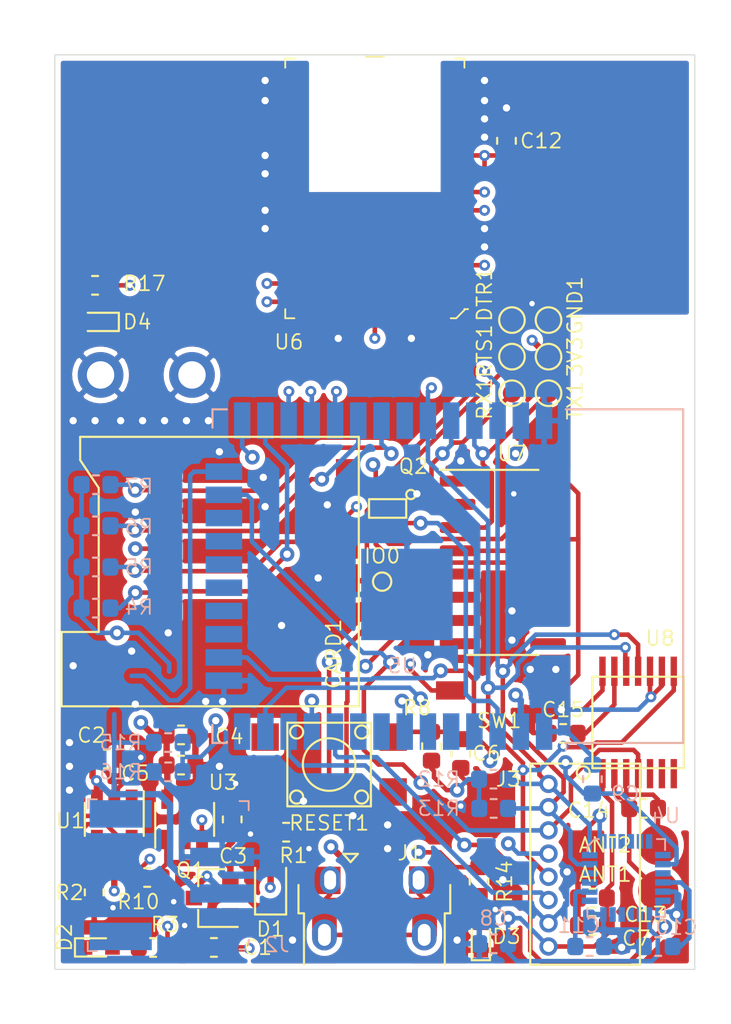
<source format=kicad_pcb>
(kicad_pcb (version 20171130) (host pcbnew "(5.1.5)-3")
  (layers (0 F.Cu signal) (1 GND power) (2 PWR power hide) (31 B.Cu signal hide) (34 B.Paste user hide) (35 F.Paste user hide) (36 B.SilkS user) (37 F.SilkS user) (38 B.Mask user) (39 F.Mask user) (44 Edge.Cuts user))
  (net 0 "")
  (net 1 GND)
  (net 2 +5V)
  (net 3 +BATT)
  (net 4 +3V3)
  (net 5 "Net-(C10-Pad1)")
  (net 6 "Net-(CARD1-Pad1)")
  (net 7 4)
  (net 8 23)
  (net 9 18)
  (net 10 19)
  (net 11 "Net-(CARD1-Pad8)")
  (net 12 D-)
  (net 13 D+)
  (net 14 "Net-(J1-Pad4)")
  (net 15 SDA)
  (net 16 SCL)
  (net 17 12)
  (net 18 13)
  (net 19 14)
  (net 20 15)
  (net 21 RTS)
  (net 22 DTR)
  (net 23 0)
  (net 24 BATTALARM)
  (net 25 "Net-(U4-Pad3)")
  (net 26 "Net-(U4-Pad4)")
  (net 27 "Net-(U4-Pad5)")
  (net 28 "Net-(U4-Pad6)")
  (net 29 "Net-(U4-Pad2)")
  (net 30 "Net-(U4-Pad16)")
  (net 31 "Net-(U4-Pad17)")
  (net 32 "Net-(U4-Pad15)")
  (net 33 "Net-(U4-Pad14)")
  (net 34 "Net-(U4-Pad9)")
  (net 35 "Net-(U4-Pad7)")
  (net 36 ACC_INT)
  (net 37 "Net-(U4-Pad22)")
  (net 38 "Net-(U4-Pad21)")
  (net 39 "Net-(U4-Pad19)")
  (net 40 "Net-(U5-Pad4)")
  (net 41 "Net-(U5-Pad5)")
  (net 42 "Net-(U5-Pad6)")
  (net 43 "Net-(U5-Pad8)")
  (net 44 "Net-(U5-Pad9)")
  (net 45 "Net-(U5-Pad17)")
  (net 46 "Net-(U5-Pad18)")
  (net 47 "Net-(U5-Pad19)")
  (net 48 "Net-(U5-Pad20)")
  (net 49 "Net-(U5-Pad21)")
  (net 50 "Net-(U5-Pad22)")
  (net 51 "Net-(U5-Pad32)")
  (net 52 RX0)
  (net 53 TX0)
  (net 54 "Net-(U7-Pad7)")
  (net 55 "Net-(U7-Pad8)")
  (net 56 "Net-(D2-Pad1)")
  (net 57 "Net-(D2-Pad2)")
  (net 58 "Net-(R2-Pad1)")
  (net 59 "Net-(U7-Pad9)")
  (net 60 "Net-(U7-Pad10)")
  (net 61 "Net-(U7-Pad11)")
  (net 62 "Net-(U7-Pad12)")
  (net 63 "Net-(U7-Pad15)")
  (net 64 "Net-(D3-Pad2)")
  (net 65 5)
  (net 66 26)
  (net 67 27)
  (net 68 "Net-(C11-Pad1)")
  (net 69 RESET)
  (net 70 "Net-(RESET1-Pad2)")
  (net 71 "Net-(RESET1-Pad3)")
  (net 72 35)
  (net 73 "Net-(D4-Pad2)")
  (net 74 "Net-(R17-Pad1)")
  (net 75 "Net-(SW1-Pad1)")
  (net 76 "Net-(J1-Pad6)")
  (net 77 "Net-(U6-Pad30)")
  (net 78 "Net-(U6-Pad28)")
  (net 79 "Net-(U6-Pad24)")
  (net 80 "Net-(U6-Pad23)")
  (net 81 "Net-(U6-Pad20)")
  (net 82 "Net-(U6-Pad16)")
  (net 83 "Net-(U6-Pad2)")
  (net 84 RX2)
  (net 85 TX2)
  (net 86 "Net-(C3-Pad2)")
  (net 87 "Net-(R10-Pad1)")
  (net 88 "Net-(U3-Pad4)")
  (net 89 ANT1)
  (net 90 ANT2)
  (net 91 "Net-(C15-Pad1)")
  (net 92 "Net-(U8-Pad7)")
  (net 93 "Net-(U8-Pad6)")
  (net 94 "Net-(U8-Pad5)")
  (module unsurv_offline_pcb_footprints:RF430CL330H (layer F.Cu) (at 106.9 111.5 90)
    (fp_text reference U8 (at 4.6 1.2 180) (layer F.SilkS) (effects (font (size 0.8 0.8) (thickness 0.1))))
    (fp_text value RF430CL330H)
    (pad 8 smd rect (at 2.8 1.95 180) (size 0.35 1.6) (layers F.Cu F.Paste F.Mask) (net 18 13))
    (pad 9 smd rect (at 2.8 1.3 180) (size 0.35 1.6) (layers F.Cu F.Paste F.Mask) (net 1 GND))
    (pad 10 smd rect (at 2.8 0.65 180) (size 0.35 1.6) (layers F.Cu F.Paste F.Mask) (net 1 GND))
    (pad 11 smd rect (at 2.8 0 180) (size 0.35 1.6) (layers F.Cu F.Paste F.Mask) (net 16 SCL))
    (pad 12 smd rect (at 2.8 -0.65 180) (size 0.35 1.6) (layers F.Cu F.Paste F.Mask) (net 15 SDA))
    (pad 13 smd rect (at 2.8 -1.3 180) (size 0.35 1.6) (layers F.Cu F.Paste F.Mask) (net 91 "Net-(C15-Pad1)"))
    (pad 14 smd rect (at 2.8 -1.95 180) (size 0.35 1.6) (layers F.Cu F.Paste F.Mask) (net 1 GND))
    (pad 7 smd rect (at -2.8 1.95 180) (size 0.35 1.6) (layers F.Cu F.Paste F.Mask) (net 92 "Net-(U8-Pad7)"))
    (pad 6 smd rect (at -2.8 1.3 180) (size 0.35 1.6) (layers F.Cu F.Paste F.Mask) (net 93 "Net-(U8-Pad6)"))
    (pad 5 smd rect (at -2.8 0.65 180) (size 0.35 1.6) (layers F.Cu F.Paste F.Mask) (net 94 "Net-(U8-Pad5)"))
    (pad 4 smd rect (at -2.8 0 180) (size 0.35 1.6) (layers F.Cu F.Paste F.Mask) (net 20 15))
    (pad 3 smd rect (at -2.8 -0.65 180) (size 0.35 1.6) (layers F.Cu F.Paste F.Mask) (net 90 ANT2))
    (pad 2 smd rect (at -2.8 -1.3 180) (size 0.35 1.6) (layers F.Cu F.Paste F.Mask) (net 89 ANT1))
    (pad 1 smd rect (at -2.8 -1.95 180) (size 0.35 1.6) (layers F.Cu F.Paste F.Mask) (net 4 +3V3))
  )
  (module Capacitor_SMD:C_0603_1608Metric (layer F.Cu) (at 102.8 112.1 180)
    (fp_text reference C15 (at 0 1.3) (layer F.SilkS) (effects (font (size 0.8 0.8) (thickness 0.1))))
    (fp_text value 470nF)
    (pad 2 smd roundrect (at 0.7875 0 180) (size 0.875 0.95) (layers F.Cu F.Paste F.Mask) (net 1 GND))
    (pad 1 smd roundrect (at -0.7875 0 180) (size 0.875 0.95) (layers F.Cu F.Paste F.Mask) (net 91 "Net-(C15-Pad1)"))
  )
  (module Capacitor_SMD:C_0603_1608Metric (layer F.Cu) (at 107.2 116.2)
    (fp_text reference C14 (at -3 0.1) (layer F.SilkS) (effects (font (size 0.8 0.8) (thickness 0.1))))
    (fp_text value 10pF)
    (pad 2 smd roundrect (at 0.7875 0) (size 0.875 0.95) (layers F.Cu F.Paste F.Mask) (net 90 ANT2))
    (pad 1 smd roundrect (at -0.7875 0) (size 0.875 0.95) (layers F.Cu F.Paste F.Mask) (net 89 ANT1))
  )
  (module Capacitor_SMD:C_0603_1608Metric (layer F.Cu) (at 104.4 121.1 180)
    (fp_text reference C13 (at -2.9 -0.9) (layer F.SilkS) (effects (font (size 0.8 0.8) (thickness 0.1))))
    (fp_text value 1yF)
    (pad 2 smd roundrect (at 0.7875 0 180) (size 0.875 0.95) (layers F.Cu F.Paste F.Mask) (net 1 GND))
    (pad 1 smd roundrect (at -0.7875 0 180) (size 0.875 0.95) (layers F.Cu F.Paste F.Mask) (net 4 +3V3))
  )
  (module Capacitor_SMD:C_0603_1608Metric (layer F.Cu) (at 104.4 122.6 180)
    (fp_text reference C7 (at -2.4 -0.7) (layer F.SilkS) (effects (font (size 0.8 0.8) (thickness 0.1))))
    (fp_text value 0.1yF)
    (pad 2 smd roundrect (at 0.7875 0 180) (size 0.875 0.95) (layers F.Cu F.Paste F.Mask) (net 1 GND))
    (pad 1 smd roundrect (at -0.7875 0 180) (size 0.875 0.95) (layers F.Cu F.Paste F.Mask) (net 4 +3V3))
  )
  (module unsurv_offline_pcb_footprints:PogoPin_2_2mm_circular (layer F.Cu) (at 108 118.2 270)
    (fp_text reference ANT2 (at 0 2.9 180) (layer F.SilkS) (effects (font (size 0.8 0.8) (thickness 0.1))))
    (fp_text value TestPoint)
    (pad 1 smd circle (at 0 0 270) (size 2.2 2.2) (layers F.Cu F.Paste F.Mask) (net 90 ANT2))
  )
  (module unsurv_offline_pcb_footprints:PogoPin_2_2mm_circular (layer F.Cu) (at 108 120.7 270)
    (fp_text reference ANT1 (at -0.9 2.9 180) (layer F.SilkS) (effects (font (size 0.8 0.8) (thickness 0.1))))
    (fp_text value TestPoint)
    (pad 1 smd circle (at 0 0 270) (size 2.2 2.2) (layers F.Cu F.Paste F.Mask) (net 89 ANT1))
  )
  (module TestPoint:TestPoint_Pad_D1.0mm (layer F.Cu) (at 102 93.5 270)
    (fp_text reference TX1 (at 0.4 -1.448 90) (layer F.SilkS) (effects (font (size 0.8 0.8) (thickness 0.1))))
    (fp_text value TestPoint)
    (pad 1 smd circle (at 0 0 270) (size 1 1) (layers F.Cu F.Mask) (net 53 TX0))
  )
  (module TestPoint:TestPoint_Pad_D1.0mm (layer F.Cu) (at 100 93.5 90)
    (fp_text reference RX1 (at -0.3 -1.5 90) (layer F.SilkS) (effects (font (size 0.8 0.8) (thickness 0.1))))
    (fp_text value TestPoint)
    (pad 1 smd circle (at 0 0 90) (size 1 1) (layers F.Cu F.Mask) (net 52 RX0))
  )
  (module TestPoint:TestPoint_Pad_D1.0mm (layer F.Cu) (at 102 91.5 270)
    (fp_text reference 3V3 (at 0 -1.448 90) (layer F.SilkS) (effects (font (size 0.8 0.8) (thickness 0.1))))
    (fp_text value TestPoint)
    (pad 1 smd circle (at 0 0 270) (size 1 1) (layers F.Cu F.Mask) (net 4 +3V3))
  )
  (module TestPoint:TestPoint_Pad_D1.0mm (layer F.Cu) (at 100 91.5 90)
    (fp_text reference RTS1 (at 0.3 -1.5 90) (layer F.SilkS) (effects (font (size 0.8 0.8) (thickness 0.1))))
    (fp_text value TestPoint)
    (pad 1 smd circle (at 0 0 90) (size 1 1) (layers F.Cu F.Mask) (net 21 RTS))
  )
  (module TestPoint:TestPoint_Pad_D1.0mm (layer F.Cu) (at 102 89.5 270)
    (fp_text reference GND1 (at -0.8 -1.448 90) (layer F.SilkS) (effects (font (size 0.8 0.8) (thickness 0.1))))
    (fp_text value TestPoint)
    (pad 1 smd circle (at 0 0 270) (size 1 1) (layers F.Cu F.Mask) (net 1 GND))
  )
  (module TestPoint:TestPoint_Pad_D1.0mm (layer F.Cu) (at 100 89.5 90)
    (fp_text reference DTR1 (at 1.4 -1.5 90) (layer F.SilkS) (effects (font (size 0.8 0.8) (thickness 0.1))))
    (fp_text value TestPoint)
    (pad 1 smd circle (at 0 0 90) (size 1 1) (layers F.Cu F.Mask) (net 22 DTR))
  )
  (module Capacitor_SMD:C_0603_1608Metric (layer F.Cu) (at 81.9 113.83 180)
    (fp_text reference C5 (at 2.5 -0.45) (layer F.SilkS) (effects (font (size 0.8 0.8) (thickness 0.1))))
    (fp_text value 10yF)
    (pad 2 smd roundrect (at 0.7875 0 180) (size 0.875 0.95) (layers F.Cu F.Paste F.Mask) (net 4 +3V3))
    (pad 1 smd roundrect (at -0.7875 0 180) (size 0.875 0.95) (layers F.Cu F.Paste F.Mask) (net 1 GND))
  )
  (module digikey-footprints:PinHeader_2x1mm_P2mm_SMD_RA (layer B.Cu) (at 84.15 119.85 270)
    (fp_text reference J2 (at 3.8 -3) (layer B.SilkS) (effects (font (size 0.8 0.8) (thickness 0.1)) (justify mirror)))
    (fp_text value S2B-PH-SM4-TB_LF__SN_)
    (pad 1 smd rect (at -1 0 270) (size 1 3.5) (layers B.Cu B.Paste B.Mask) (net 1 GND))
    (pad 2 smd rect (at 1 0 270) (size 1 3.5) (layers B.Cu B.Paste B.Mask) (net 3 +BATT))
    (pad "" smd rect (at -3.35 5.55 270) (size 1.5 3.4) (layers B.Cu B.Paste B.Mask))
    (pad "" smd rect (at 3.35 5.55 270) (size 1.5 3.4) (layers B.Cu B.Paste B.Mask))
  )
  (module Package_TO_SOT_SMD:SOT-23-5 (layer F.Cu) (at 82.1 116.8 90)
    (fp_text reference U3 (at 2.025 2.1 180) (layer F.SilkS) (effects (font (size 0.8 0.8) (thickness 0.1))))
    (fp_text value AP2112K-3.3)
    (pad 5 smd rect (at 1.1 -0.95 90) (size 1.06 0.65) (layers F.Cu F.Paste F.Mask) (net 4 +3V3))
    (pad 4 smd rect (at 1.1 0.95 90) (size 1.06 0.65) (layers F.Cu F.Paste F.Mask) (net 88 "Net-(U3-Pad4)"))
    (pad 3 smd rect (at -1.1 0.95 90) (size 1.06 0.65) (layers F.Cu F.Paste F.Mask) (net 87 "Net-(R10-Pad1)"))
    (pad 2 smd rect (at -1.1 0 90) (size 1.06 0.65) (layers F.Cu F.Paste F.Mask) (net 1 GND))
    (pad 1 smd rect (at -1.1 -0.95 90) (size 1.06 0.65) (layers F.Cu F.Paste F.Mask) (net 86 "Net-(C3-Pad2)"))
  )
  (module Resistor_SMD:R_0603_1608Metric (layer F.Cu) (at 80.05 119.975)
    (fp_text reference R10 (at -0.48 1.325) (layer F.SilkS) (effects (font (size 0.8 0.8) (thickness 0.1))))
    (fp_text value 100k)
    (pad 2 smd roundrect (at 0.7875 0) (size 0.875 0.95) (layers F.Cu F.Paste F.Mask) (net 86 "Net-(C3-Pad2)"))
    (pad 1 smd roundrect (at -0.7875 0) (size 0.875 0.95) (layers F.Cu F.Paste F.Mask) (net 87 "Net-(R10-Pad1)"))
  )
  (module Capacitor_SMD:C_0603_1608Metric (layer F.Cu) (at 81.9 112.18 180)
    (fp_text reference C4 (at -2.64 -0.09) (layer F.SilkS) (effects (font (size 0.8 0.8) (thickness 0.1))))
    (fp_text value 1yF)
    (pad 2 smd roundrect (at 0.7875 0 180) (size 0.875 0.95) (layers F.Cu F.Paste F.Mask) (net 4 +3V3))
    (pad 1 smd roundrect (at -0.7875 0 180) (size 0.875 0.95) (layers F.Cu F.Paste F.Mask) (net 1 GND))
  )
  (module Capacitor_SMD:C_0603_1608Metric (layer F.Cu) (at 84.7 116.8 270)
    (fp_text reference C3 (at 2 -0.05 180) (layer F.SilkS) (effects (font (size 0.8 0.8) (thickness 0.1))))
    (fp_text value 1yF)
    (pad 2 smd roundrect (at 0.7875 0 270) (size 0.875 0.95) (layers F.Cu F.Paste F.Mask) (net 86 "Net-(C3-Pad2)"))
    (pad 1 smd roundrect (at -0.7875 0 270) (size 0.875 0.95) (layers F.Cu F.Paste F.Mask) (net 1 GND))
  )
  (module Capacitor_SMD:C_0603_1608Metric (layer F.Cu) (at 99.7 79.7 270)
    (fp_text reference C12 (at 0 -1.9 180) (layer F.SilkS) (effects (font (size 0.8 0.8) (thickness 0.1))))
    (fp_text value 2.2yF)
    (pad 2 smd roundrect (at 0.7875 0 270) (size 0.875 0.95) (layers F.Cu F.Paste F.Mask) (net 4 +3V3))
    (pad 1 smd roundrect (at -0.7875 0 270) (size 0.875 0.95) (layers F.Cu F.Paste F.Mask) (net 1 GND))
  )
  (module RF_Module:ESP32-WROOM-32 (layer B.Cu) (at 93.5 103.5 90)
    (fp_text reference U5 (at -4.9 0.5) (layer B.SilkS) (effects (font (size 0.8 0.8) (thickness 0.1)) (justify mirror)))
    (fp_text value ESP32-WROOM-32)
    (pad 39 smd rect (at -1 0.755 90) (size 5 5) (layers B.Cu B.Paste B.Mask) (net 1 GND))
    (pad 1 smd rect (at -8.5 8.255 90) (size 2 0.9) (layers B.Cu B.Paste B.Mask) (net 1 GND))
    (pad 2 smd rect (at -8.5 6.985 90) (size 2 0.9) (layers B.Cu B.Paste B.Mask) (net 4 +3V3))
    (pad 3 smd rect (at -8.5 5.715 90) (size 2 0.9) (layers B.Cu B.Paste B.Mask) (net 69 RESET))
    (pad 4 smd rect (at -8.5 4.445 90) (size 2 0.9) (layers B.Cu B.Paste B.Mask) (net 40 "Net-(U5-Pad4)"))
    (pad 5 smd rect (at -8.5 3.175 90) (size 2 0.9) (layers B.Cu B.Paste B.Mask) (net 41 "Net-(U5-Pad5)"))
    (pad 6 smd rect (at -8.5 1.905 90) (size 2 0.9) (layers B.Cu B.Paste B.Mask) (net 42 "Net-(U5-Pad6)"))
    (pad 7 smd rect (at -8.5 0.635 90) (size 2 0.9) (layers B.Cu B.Paste B.Mask) (net 72 35))
    (pad 8 smd rect (at -8.5 -0.635 90) (size 2 0.9) (layers B.Cu B.Paste B.Mask) (net 43 "Net-(U5-Pad8)"))
    (pad 9 smd rect (at -8.5 -1.905 90) (size 2 0.9) (layers B.Cu B.Paste B.Mask) (net 44 "Net-(U5-Pad9)"))
    (pad 10 smd rect (at -8.5 -3.175 90) (size 2 0.9) (layers B.Cu B.Paste B.Mask) (net 36 ACC_INT))
    (pad 11 smd rect (at -8.5 -4.445 90) (size 2 0.9) (layers B.Cu B.Paste B.Mask) (net 66 26))
    (pad 12 smd rect (at -8.5 -5.715 90) (size 2 0.9) (layers B.Cu B.Paste B.Mask) (net 67 27))
    (pad 13 smd rect (at -8.5 -6.985 90) (size 2 0.9) (layers B.Cu B.Paste B.Mask) (net 19 14))
    (pad 14 smd rect (at -8.5 -8.255 90) (size 2 0.9) (layers B.Cu B.Paste B.Mask) (net 17 12))
    (pad 15 smd rect (at -5.715 -9.255) (size 2 0.9) (layers B.Cu B.Paste B.Mask) (net 1 GND))
    (pad 16 smd rect (at -4.445 -9.255) (size 2 0.9) (layers B.Cu B.Paste B.Mask) (net 18 13))
    (pad 17 smd rect (at -3.175 -9.255) (size 2 0.9) (layers B.Cu B.Paste B.Mask) (net 45 "Net-(U5-Pad17)"))
    (pad 18 smd rect (at -1.905 -9.255) (size 2 0.9) (layers B.Cu B.Paste B.Mask) (net 46 "Net-(U5-Pad18)"))
    (pad 19 smd rect (at -0.635 -9.255) (size 2 0.9) (layers B.Cu B.Paste B.Mask) (net 47 "Net-(U5-Pad19)"))
    (pad 20 smd rect (at 0.635 -9.255) (size 2 0.9) (layers B.Cu B.Paste B.Mask) (net 48 "Net-(U5-Pad20)"))
    (pad 21 smd rect (at 1.905 -9.255) (size 2 0.9) (layers B.Cu B.Paste B.Mask) (net 49 "Net-(U5-Pad21)"))
    (pad 22 smd rect (at 3.175 -9.255) (size 2 0.9) (layers B.Cu B.Paste B.Mask) (net 50 "Net-(U5-Pad22)"))
    (pad 23 smd rect (at 4.445 -9.255) (size 2 0.9) (layers B.Cu B.Paste B.Mask) (net 20 15))
    (pad 24 smd rect (at 5.715 -9.255) (size 2 0.9) (layers B.Cu B.Paste B.Mask) (net 24 BATTALARM))
    (pad 25 smd rect (at 8.5 -8.255 90) (size 2 0.9) (layers B.Cu B.Paste B.Mask) (net 23 0))
    (pad 26 smd rect (at 8.5 -6.985 90) (size 2 0.9) (layers B.Cu B.Paste B.Mask) (net 7 4))
    (pad 27 smd rect (at 8.5 -5.715 90) (size 2 0.9) (layers B.Cu B.Paste B.Mask) (net 84 RX2))
    (pad 28 smd rect (at 8.5 -4.445 90) (size 2 0.9) (layers B.Cu B.Paste B.Mask) (net 85 TX2))
    (pad 29 smd rect (at 8.5 -3.175 90) (size 2 0.9) (layers B.Cu B.Paste B.Mask) (net 65 5))
    (pad 30 smd rect (at 8.5 -1.905 90) (size 2 0.9) (layers B.Cu B.Paste B.Mask) (net 9 18))
    (pad 31 smd rect (at 8.5 -0.635 90) (size 2 0.9) (layers B.Cu B.Paste B.Mask) (net 10 19))
    (pad 32 smd rect (at 8.5 0.635 90) (size 2 0.9) (layers B.Cu B.Paste B.Mask) (net 51 "Net-(U5-Pad32)"))
    (pad 33 smd rect (at 8.5 1.905 90) (size 2 0.9) (layers B.Cu B.Paste B.Mask) (net 15 SDA))
    (pad 34 smd rect (at 8.5 3.175 90) (size 2 0.9) (layers B.Cu B.Paste B.Mask) (net 52 RX0))
    (pad 35 smd rect (at 8.5 4.445 90) (size 2 0.9) (layers B.Cu B.Paste B.Mask) (net 53 TX0))
    (pad 36 smd rect (at 8.5 5.715 90) (size 2 0.9) (layers B.Cu B.Paste B.Mask) (net 16 SCL))
    (pad 37 smd rect (at 8.5 6.985 90) (size 2 0.9) (layers B.Cu B.Paste B.Mask) (net 8 23))
    (pad 38 smd rect (at 8.5 8.255 90) (size 2 0.9) (layers B.Cu B.Paste B.Mask) (net 1 GND))
  )
  (module digikey-footprints:GPS_Module_CAM-M8C-0 (layer F.Cu) (at 92.5 82.5 180)
    (fp_text reference U6 (at 4.7 -8.2) (layer F.SilkS) (effects (font (size 0.8 0.8) (thickness 0.1))))
    (fp_text value CAM-M8C-0-10)
    (pad 31 smd rect (at -2 -6.4 180) (size 0.7 1.5) (layers F.Cu F.Paste F.Mask) (net 1 GND))
    (pad 30 smd rect (at -1 -6.4 180) (size 0.7 1.5) (layers F.Cu F.Paste F.Mask) (net 77 "Net-(U6-Pad30)"))
    (pad 29 smd rect (at 0 -6.4 180) (size 0.7 1.5) (layers F.Cu F.Paste F.Mask) (net 74 "Net-(R17-Pad1)"))
    (pad 28 smd rect (at 1 -6.4 180) (size 0.7 1.5) (layers F.Cu F.Paste F.Mask) (net 78 "Net-(U6-Pad28)"))
    (pad 27 smd rect (at 2 -6.4 180) (size 0.7 1.5) (layers F.Cu F.Paste F.Mask) (net 1 GND))
    (pad 26 smd rect (at 4.4 -6 180) (size 1.5 0.7) (layers F.Cu F.Paste F.Mask) (net 84 RX2))
    (pad 25 smd rect (at 4.4 -5 180) (size 1.5 0.7) (layers F.Cu F.Paste F.Mask) (net 85 TX2))
    (pad 24 smd rect (at 4.4 -4 180) (size 1.5 0.7) (layers F.Cu F.Paste F.Mask) (net 79 "Net-(U6-Pad24)"))
    (pad 23 smd rect (at 4.4 -3 180) (size 1.5 0.7) (layers F.Cu F.Paste F.Mask) (net 80 "Net-(U6-Pad23)"))
    (pad 22 smd rect (at 4.4 -2 180) (size 1.5 0.7) (layers F.Cu F.Paste F.Mask) (net 1 GND))
    (pad 21 smd rect (at 4.4 -1 180) (size 1.5 0.7) (layers F.Cu F.Paste F.Mask) (net 1 GND))
    (pad 20 smd rect (at 4.4 0 180) (size 1.5 0.7) (layers F.Cu F.Paste F.Mask) (net 81 "Net-(U6-Pad20)"))
    (pad 19 smd rect (at 4.4 1 180) (size 1.5 0.7) (layers F.Cu F.Paste F.Mask) (net 1 GND))
    (pad 18 smd rect (at 4.4 2 180) (size 1.5 0.7) (layers F.Cu F.Paste F.Mask) (net 1 GND))
    (pad 17 smd rect (at 4.4 3 180) (size 1.5 0.7) (layers F.Cu F.Paste F.Mask) (net 82 "Net-(U6-Pad16)"))
    (pad 16 smd rect (at 4.4 4 180) (size 1.5 0.7) (layers F.Cu F.Paste F.Mask) (net 82 "Net-(U6-Pad16)"))
    (pad 15 smd rect (at 4.4 5 180) (size 1.5 0.7) (layers F.Cu F.Paste F.Mask) (net 1 GND))
    (pad 14 smd rect (at 4.4 6.15 180) (size 1.5 1) (layers F.Cu F.Paste F.Mask) (net 1 GND))
    (pad 13 smd rect (at -4.4 6.15 180) (size 1.5 1) (layers F.Cu F.Paste F.Mask) (net 1 GND))
    (pad 12 smd rect (at -4.4 5 180) (size 1.5 0.7) (layers F.Cu F.Paste F.Mask) (net 1 GND))
    (pad 11 smd rect (at -4.4 4 180) (size 1.5 0.7) (layers F.Cu F.Paste F.Mask) (net 1 GND))
    (pad 10 smd rect (at -4.4 3 180) (size 1.5 0.7) (layers F.Cu F.Paste F.Mask) (net 1 GND))
    (pad 9 smd rect (at -4.4 2 180) (size 1.5 0.7) (layers F.Cu F.Paste F.Mask) (net 4 +3V3))
    (pad 8 smd rect (at -4.4 1 180) (size 1.5 0.7) (layers F.Cu F.Paste F.Mask) (net 4 +3V3))
    (pad 7 smd rect (at -4.4 0 180) (size 1.5 0.7) (layers F.Cu F.Paste F.Mask) (net 65 5))
    (pad 6 smd rect (at -4.4 -1 180) (size 1.5 0.7) (layers F.Cu F.Paste F.Mask) (net 16 SCL))
    (pad 5 smd rect (at -4.4 -2 180) (size 1.5 0.7) (layers F.Cu F.Paste F.Mask) (net 1 GND))
    (pad 4 smd rect (at -4.4 -3 180) (size 1.5 0.7) (layers F.Cu F.Paste F.Mask) (net 1 GND))
    (pad 3 smd rect (at -4.4 -4 180) (size 1.5 0.7) (layers F.Cu F.Paste F.Mask) (net 15 SDA))
    (pad 2 smd rect (at -4.4 -5 180) (size 1.5 0.7) (layers F.Cu F.Paste F.Mask) (net 83 "Net-(U6-Pad2)"))
    (pad 1 smd rect (at -4.4 -6 180) (size 1.5 0.7) (layers F.Cu F.Paste F.Mask) (net 4 +3V3))
  )
  (module Connector_USB:USB_Micro-B_Amphenol_10103594-0001LF_Horizontal (layer F.Cu) (at 92.5 122)
    (fp_text reference J1 (at 1.925 -3.365) (layer F.SilkS) (effects (font (size 0.8 0.8) (thickness 0.1))))
    (fp_text value USB_B_Micro)
    (pad 6 smd rect (at 0.935 1.385 90) (size 2.5 1.43) (layers F.Cu F.Paste F.Mask) (net 76 "Net-(J1-Pad6)"))
    (pad 6 smd rect (at -0.985 1.385 90) (size 2.5 1.43) (layers F.Cu F.Paste F.Mask) (net 76 "Net-(J1-Pad6)"))
    (pad 6 thru_hole oval (at 2.705 1.115 90) (size 1.7 1.35) (drill oval 1.2 0.7) (layers *.Cu *.Mask) (net 76 "Net-(J1-Pad6)"))
    (pad 6 thru_hole oval (at -2.755 1.115 90) (size 1.7 1.35) (drill oval 1.2 0.7) (layers *.Cu *.Mask) (net 76 "Net-(J1-Pad6)"))
    (pad 6 thru_hole oval (at 2.395 -1.885 90) (size 1.5 1.1) (drill oval 1.05 0.65) (layers *.Cu *.Mask) (net 76 "Net-(J1-Pad6)"))
    (pad 6 thru_hole oval (at -2.445 -1.885 90) (size 1.5 1.1) (drill oval 1.05 0.65) (layers *.Cu *.Mask) (net 76 "Net-(J1-Pad6)"))
    (pad 5 smd rect (at 1.275 -1.765 90) (size 1.65 0.4) (layers F.Cu F.Paste F.Mask) (net 1 GND))
    (pad 4 smd rect (at 0.625 -1.765 90) (size 1.65 0.4) (layers F.Cu F.Paste F.Mask) (net 14 "Net-(J1-Pad4)"))
    (pad 3 smd rect (at -0.025 -1.765 90) (size 1.65 0.4) (layers F.Cu F.Paste F.Mask) (net 13 D+))
    (pad 2 smd rect (at -0.675 -1.765 90) (size 1.65 0.4) (layers F.Cu F.Paste F.Mask) (net 12 D-))
    (pad 1 smd rect (at -1.325 -1.765 90) (size 1.65 0.4) (layers F.Cu F.Paste F.Mask) (net 2 +5V))
    (pad 6 smd rect (at 2.875 -1.885) (size 2 1.5) (layers F.Cu F.Paste F.Mask) (net 76 "Net-(J1-Pad6)"))
    (pad 6 smd rect (at -2.875 -1.865) (size 2 1.5) (layers F.Cu F.Paste F.Mask) (net 76 "Net-(J1-Pad6)"))
    (pad 6 smd rect (at 2.975 -0.565) (size 1.825 0.7) (layers F.Cu F.Paste F.Mask) (net 76 "Net-(J1-Pad6)"))
    (pad 6 smd rect (at -2.975 -0.565) (size 1.825 0.7) (layers F.Cu F.Paste F.Mask) (net 76 "Net-(J1-Pad6)"))
    (pad 6 smd rect (at -2.755 0.185) (size 1.35 2) (layers F.Cu F.Paste F.Mask) (net 76 "Net-(J1-Pad6)"))
    (pad 6 smd rect (at 2.725 0.185) (size 1.35 2) (layers F.Cu F.Paste F.Mask) (net 76 "Net-(J1-Pad6)"))
  )
  (module unsurv_offline_pcb_footprints:MountingHole_1.5mm_hole_in_FPaste (layer F.Cu) (at 77.5 92.5)
    (fp_text reference H2 hide)
    (fp_text value MountingHole_Pad)
    (pad 1 thru_hole circle (at 0 0) (size 2.5 2.5) (drill 1.5) (layers *.Cu *.Mask) (net 1 GND))
  )
  (module unsurv_offline_pcb_footprints:MountingHole_1.5mm_hole_in_FPaste (layer F.Cu) (at 82.5 92.5)
    (fp_text reference H1 hide)
    (fp_text value MountingHole_Pad)
    (pad 1 thru_hole circle (at 0 0) (size 2.5 2.5) (drill 1.5) (layers *.Cu *.Mask) (net 1 GND))
  )
  (module Resistor_SMD:R_0603_1608Metric (layer F.Cu) (at 77.2 87.6 180)
    (fp_text reference R17 (at -2.7 0.1) (layer F.SilkS) (effects (font (size 0.8 0.8) (thickness 0.1))))
    (fp_text value 1k)
    (pad 2 smd roundrect (at 0.7875 0 180) (size 0.875 0.95) (layers F.Cu F.Paste F.Mask) (net 73 "Net-(D4-Pad2)"))
    (pad 1 smd roundrect (at -0.7875 0 180) (size 0.875 0.95) (layers F.Cu F.Paste F.Mask) (net 74 "Net-(R17-Pad1)"))
  )
  (module digikey-footprints:LED_0603 (layer F.Cu) (at 77.2 89.6 180)
    (fp_text reference D4 (at -2.3 0) (layer F.SilkS) (effects (font (size 0.8 0.8) (thickness 0.1))))
    (fp_text value LED)
    (pad 2 smd rect (at 0.75 0 180) (size 0.8 0.8) (layers F.Cu F.Paste F.Mask) (net 73 "Net-(D4-Pad2)"))
    (pad 1 smd rect (at -0.75 0 180) (size 0.8 0.8) (layers F.Cu F.Paste F.Mask) (net 1 GND))
  )
  (module Resistor_SMD:R_0603_1608Metric (layer B.Cu) (at 81.2 114.2 180)
    (fp_text reference R16 (at 2.6 0) (layer B.SilkS) (effects (font (size 0.8 0.8) (thickness 0.1)) (justify mirror)))
    (fp_text value 100k)
    (pad 2 smd roundrect (at 0.7875 0 180) (size 0.875 0.95) (layers B.Cu B.Paste B.Mask) (net 1 GND))
    (pad 1 smd roundrect (at -0.7875 0 180) (size 0.875 0.95) (layers B.Cu B.Paste B.Mask) (net 72 35))
  )
  (module Resistor_SMD:R_0603_1608Metric (layer B.Cu) (at 81.2 112.6)
    (fp_text reference R15 (at -2.6 0) (layer B.SilkS) (effects (font (size 0.8 0.8) (thickness 0.1)) (justify mirror)))
    (fp_text value 100k)
    (pad 2 smd roundrect (at 0.7875 0) (size 0.875 0.95) (layers B.Cu B.Paste B.Mask) (net 72 35))
    (pad 1 smd roundrect (at -0.7875 0) (size 0.875 0.95) (layers B.Cu B.Paste B.Mask) (net 3 +BATT))
  )
  (module unsurv_offline_pcb_footprints:TestPoint_Pad_D0.7mm (layer F.Cu) (at 92.9 103.8)
    (fp_text reference IO0 (at 0 -1.4) (layer F.SilkS) (effects (font (size 0.8 0.8) (thickness 0.1))))
    (fp_text value TestPoint)
    (pad 1 smd circle (at 0 0) (size 0.7 0.7) (layers F.Cu F.Mask) (net 23 0))
  )
  (module "unsurv_offline_pcb_footprints:2x2 Switch" (layer F.Cu) (at 90 113.8 270)
    (fp_text reference RESET1 (at 3.2 0 180) (layer F.SilkS) (effects (font (size 0.8 0.8) (thickness 0.1))))
    (fp_text value 2x2_switch)
    (pad 2 smd rect (at -1.5 3.5 270) (size 1.5 1.5) (layers F.Cu F.Paste F.Mask) (net 70 "Net-(RESET1-Pad2)"))
    (pad 1 smd rect (at -1.5 -3.5 270) (size 1.5 1.5) (layers F.Cu F.Paste F.Mask) (net 69 RESET))
    (pad 4 smd rect (at 1.5 3.5 270) (size 1.5 1.5) (layers F.Cu F.Paste F.Mask) (net 1 GND))
    (pad 3 smd rect (at 1.5 -3.5 270) (size 1.5 1.5) (layers F.Cu F.Paste F.Mask) (net 71 "Net-(RESET1-Pad3)"))
  )
  (module Resistor_SMD:R_0603_1608Metric (layer F.Cu) (at 95.6 112.8 90)
    (fp_text reference R8 (at 2.1 -0.8) (layer F.SilkS) (effects (font (size 0.8 0.8) (thickness 0.1))))
    (fp_text value 10k)
    (pad 2 smd roundrect (at 0.7875 0 90) (size 0.875 0.95) (layers F.Cu F.Paste F.Mask) (net 69 RESET))
    (pad 1 smd roundrect (at -0.7875 0 90) (size 0.875 0.95) (layers F.Cu F.Paste F.Mask) (net 4 +3V3))
  )
  (module Capacitor_SMD:C_0603_1608Metric (layer F.Cu) (at 97.2 113.2 270)
    (fp_text reference C6 (at 0 -1.4) (layer F.SilkS) (effects (font (size 0.8 0.8) (thickness 0.1))))
    (fp_text value 100nF)
    (pad 2 smd roundrect (at 0.7875 0 270) (size 0.875 0.95) (layers F.Cu F.Paste F.Mask) (net 1 GND))
    (pad 1 smd roundrect (at -0.7875 0 270) (size 0.875 0.95) (layers F.Cu F.Paste F.Mask) (net 69 RESET))
  )
  (module Resistor_SMD:R_0603_1608Metric (layer F.Cu) (at 98.2 120.2 270)
    (fp_text reference R14 (at 0 -1.4 90) (layer F.SilkS) (effects (font (size 0.8 0.8) (thickness 0.1))))
    (fp_text value 1k)
    (pad 2 smd roundrect (at 0.7875 0 270) (size 0.875 0.95) (layers F.Cu F.Paste F.Mask) (net 64 "Net-(D3-Pad2)"))
    (pad 1 smd roundrect (at -0.7875 0 270) (size 0.875 0.95) (layers F.Cu F.Paste F.Mask) (net 66 26))
  )
  (module digikey-footprints:LED_0603 (layer F.Cu) (at 98.3 123.2 90)
    (fp_text reference D3 (at 0 1.4) (layer F.SilkS) (effects (font (size 0.8 0.8) (thickness 0.1))))
    (fp_text value LED)
    (pad 2 smd rect (at 0.75 0 90) (size 0.8 0.8) (layers F.Cu F.Paste F.Mask) (net 64 "Net-(D3-Pad2)"))
    (pad 1 smd rect (at -0.75 0 90) (size 0.8 0.8) (layers F.Cu F.Paste F.Mask) (net 1 GND))
  )
  (module Resistor_SMD:R_0603_1608Metric (layer F.Cu) (at 87.65 117.5 180)
    (fp_text reference R1 (at -0.4 -1.275) (layer F.SilkS) (effects (font (size 0.8 0.8) (thickness 0.1))))
    (fp_text value 10k)
    (pad 2 smd roundrect (at 0.7875 0 180) (size 0.875 0.95) (layers F.Cu F.Paste F.Mask) (net 2 +5V))
    (pad 1 smd roundrect (at -0.7875 0 180) (size 0.875 0.95) (layers F.Cu F.Paste F.Mask) (net 1 GND))
  )
  (module Package_TO_SOT_SMD:SOT-23 (layer F.Cu) (at 83.6 121.1 180)
    (fp_text reference Q1 (at 1.175 1.525) (layer F.SilkS) (effects (font (size 0.8 0.8) (thickness 0.1))))
    (fp_text value Q_PMOS_GSD)
    (pad 3 smd rect (at 1 0 180) (size 0.9 0.8) (layers F.Cu F.Paste F.Mask) (net 3 +BATT))
    (pad 2 smd rect (at -1 0.95 180) (size 0.9 0.8) (layers F.Cu F.Paste F.Mask) (net 86 "Net-(C3-Pad2)"))
    (pad 1 smd rect (at -1 -0.95 180) (size 0.9 0.8) (layers F.Cu F.Paste F.Mask) (net 2 +5V))
  )
  (module Package_SO:SOIC-16_3.9x9.9mm_P1.27mm (layer F.Cu) (at 99.5 102.75)
    (fp_text reference U7 (at 0.5 -5.95 180) (layer F.SilkS) (effects (font (size 0.8 0.8) (thickness 0.1))))
    (fp_text value CH340G)
    (pad 1 smd roundrect (at -2.475 -4.445) (size 1.95 0.6) (layers F.Cu F.Paste F.Mask) (net 1 GND))
    (pad 2 smd roundrect (at -2.475 -3.175) (size 1.95 0.6) (layers F.Cu F.Paste F.Mask) (net 52 RX0))
    (pad 3 smd roundrect (at -2.475 -1.905) (size 1.95 0.6) (layers F.Cu F.Paste F.Mask) (net 53 TX0))
    (pad 4 smd roundrect (at -2.475 -0.635) (size 1.95 0.6) (layers F.Cu F.Paste F.Mask) (net 75 "Net-(SW1-Pad1)"))
    (pad 5 smd roundrect (at -2.475 0.635) (size 1.95 0.6) (layers F.Cu F.Paste F.Mask) (net 13 D+))
    (pad 6 smd roundrect (at -2.475 1.905) (size 1.95 0.6) (layers F.Cu F.Paste F.Mask) (net 12 D-))
    (pad 7 smd roundrect (at -2.475 3.175) (size 1.95 0.6) (layers F.Cu F.Paste F.Mask) (net 54 "Net-(U7-Pad7)"))
    (pad 8 smd roundrect (at -2.475 4.445) (size 1.95 0.6) (layers F.Cu F.Paste F.Mask) (net 55 "Net-(U7-Pad8)"))
    (pad 9 smd roundrect (at 2.475 4.445) (size 1.95 0.6) (layers F.Cu F.Paste F.Mask) (net 59 "Net-(U7-Pad9)"))
    (pad 10 smd roundrect (at 2.475 3.175) (size 1.95 0.6) (layers F.Cu F.Paste F.Mask) (net 60 "Net-(U7-Pad10)"))
    (pad 11 smd roundrect (at 2.475 1.905) (size 1.95 0.6) (layers F.Cu F.Paste F.Mask) (net 61 "Net-(U7-Pad11)"))
    (pad 12 smd roundrect (at 2.475 0.635) (size 1.95 0.6) (layers F.Cu F.Paste F.Mask) (net 62 "Net-(U7-Pad12)"))
    (pad 13 smd roundrect (at 2.475 -0.635) (size 1.95 0.6) (layers F.Cu F.Paste F.Mask) (net 22 DTR))
    (pad 14 smd roundrect (at 2.475 -1.905) (size 1.95 0.6) (layers F.Cu F.Paste F.Mask) (net 21 RTS))
    (pad 15 smd roundrect (at 2.475 -3.175) (size 1.95 0.6) (layers F.Cu F.Paste F.Mask) (net 63 "Net-(U7-Pad15)"))
    (pad 16 smd roundrect (at 2.475 -4.445) (size 1.95 0.6) (layers F.Cu F.Paste F.Mask) (net 75 "Net-(SW1-Pad1)"))
  )
  (module Capacitor_SMD:C_0603_1608Metric (layer F.Cu) (at 83.7 123.8)
    (fp_text reference C1 (at 2.4 0 -180) (layer F.SilkS) (effects (font (size 0.8 0.8) (thickness 0.1))))
    (fp_text value 4.7yF)
    (pad 1 smd roundrect (at -0.7875 0) (size 0.875 0.95) (layers F.Cu F.Paste F.Mask) (net 1 GND))
    (pad 2 smd roundrect (at 0.7875 0) (size 0.875 0.95) (layers F.Cu F.Paste F.Mask) (net 2 +5V))
  )
  (module Capacitor_SMD:C_0603_1608Metric (layer F.Cu) (at 77.85 113.5 180)
    (fp_text reference C2 (at 0.85 1.3 180) (layer F.SilkS) (effects (font (size 0.8 0.8) (thickness 0.1))))
    (fp_text value 4.7yF)
    (pad 2 smd roundrect (at 0.7875 0 180) (size 0.875 0.95) (layers F.Cu F.Paste F.Mask) (net 3 +BATT))
    (pad 1 smd roundrect (at -0.7875 0 180) (size 0.875 0.95) (layers F.Cu F.Paste F.Mask) (net 1 GND))
  )
  (module Capacitor_SMD:C_0603_1608Metric (layer B.Cu) (at 99 123.6 180)
    (fp_text reference C8 (at 0 1.4 180) (layer B.SilkS) (effects (font (size 0.8 0.8) (thickness 0.1)) (justify mirror)))
    (fp_text value 0.1yF)
    (pad 2 smd roundrect (at 0.7875 0 180) (size 0.875 0.95) (layers B.Cu B.Paste B.Mask) (net 1 GND))
    (pad 1 smd roundrect (at -0.7875 0 180) (size 0.875 0.95) (layers B.Cu B.Paste B.Mask) (net 4 +3V3))
  )
  (module Capacitor_SMD:C_0603_1608Metric (layer B.Cu) (at 104.4 114.6 270)
    (fp_text reference C9 (at 0.8 -1.8 180) (layer B.SilkS) (effects (font (size 0.8 0.8) (thickness 0.1)) (justify mirror)))
    (fp_text value 10nF)
    (pad 1 smd roundrect (at -0.7875 0 270) (size 0.875 0.95) (layers B.Cu B.Paste B.Mask) (net 1 GND))
    (pad 2 smd roundrect (at 0.7875 0 270) (size 0.875 0.95) (layers B.Cu B.Paste B.Mask) (net 4 +3V3))
  )
  (module Capacitor_SMD:C_0603_1608Metric (layer B.Cu) (at 108 123.75 180)
    (fp_text reference C10 (at -1 1.05) (layer B.SilkS) (effects (font (size 0.8 0.8) (thickness 0.1)) (justify mirror)))
    (fp_text value 0.1yF)
    (pad 1 smd roundrect (at -0.7875 0 180) (size 0.875 0.95) (layers B.Cu B.Paste B.Mask) (net 5 "Net-(C10-Pad1)"))
    (pad 2 smd roundrect (at 0.7875 0 180) (size 0.875 0.95) (layers B.Cu B.Paste B.Mask) (net 1 GND))
  )
  (module Capacitor_SMD:C_0603_1608Metric (layer B.Cu) (at 104.25 123.75)
    (fp_text reference C11 (at -0.6 -1.15) (layer B.SilkS) (effects (font (size 0.8 0.8) (thickness 0.1)) (justify mirror)))
    (fp_text value 2.2nF)
    (pad 2 smd roundrect (at 0.7875 0) (size 0.875 0.95) (layers B.Cu B.Paste B.Mask) (net 1 GND))
    (pad 1 smd roundrect (at -0.7875 0) (size 0.875 0.95) (layers B.Cu B.Paste B.Mask) (net 68 "Net-(C11-Pad1)"))
  )
  (module unsurv_offline_pcb_footprints:TF-SMD_TF-101B (layer F.Cu) (at 83.75 103.25 270)
    (fp_text reference CARD1 (at 4.5 -6.5 90) (layer F.SilkS) (effects (font (size 0.8 0.8) (thickness 0.1))))
    (fp_text value TF-101B)
    (pad 1 smd rect (at 2.18 2.795 270) (size 0.8 1.5) (layers F.Cu F.Paste F.Mask) (net 6 "Net-(CARD1-Pad1)"))
    (pad 2 smd rect (at 1.08 2.795 270) (size 0.8 1.5) (layers F.Cu F.Paste F.Mask) (net 7 4))
    (pad 3 smd rect (at -0.02 2.795 270) (size 0.8 1.5) (layers F.Cu F.Paste F.Mask) (net 8 23))
    (pad 4 smd rect (at -1.12 2.795 270) (size 0.8 1.5) (layers F.Cu F.Paste F.Mask) (net 4 +3V3))
    (pad 5 smd rect (at -2.22 2.795 270) (size 0.8 1.5) (layers F.Cu F.Paste F.Mask) (net 9 18))
    (pad 6 smd rect (at -3.32 2.795 270) (size 0.8 1.5) (layers F.Cu F.Paste F.Mask) (net 1 GND))
    (pad 7 smd rect (at -4.42 2.795 270) (size 0.8 1.5) (layers F.Cu F.Paste F.Mask) (net 10 19))
    (pad 8 smd rect (at -5.52 2.795 270) (size 0.8 1.5) (layers F.Cu F.Paste F.Mask) (net 11 "Net-(CARD1-Pad8)"))
    (pad 9 smd rect (at -5.25 -7.225 90) (size 1.8 1.2) (layers F.Cu F.Paste F.Mask) (net 1 GND))
    (pad 10 smd rect (at 0.5 -7.225 90) (size 1.8 1.2) (layers F.Cu F.Paste F.Mask) (net 1 GND))
    (pad 11 smd rect (at 6.76 7.225 90) (size 1.3 1.9) (layers F.Cu F.Paste F.Mask) (net 1 GND))
    (pad 12 smd rect (at -6.76 6.205 90) (size 1.3 1.9) (layers F.Cu F.Paste F.Mask) (net 1 GND))
  )
  (module Diode_SMD:D_SOD-323 (layer F.Cu) (at 86.8 120.5 90)
    (fp_text reference D1 (at -2.3 0 180) (layer F.SilkS) (effects (font (size 0.8 0.8) (thickness 0.1))))
    (fp_text value D_Schottky)
    (pad 2 smd rect (at 1.05 0 90) (size 0.6 0.45) (layers F.Cu F.Paste F.Mask) (net 2 +5V))
    (pad 1 smd rect (at -1.05 0 90) (size 0.6 0.45) (layers F.Cu F.Paste F.Mask) (net 86 "Net-(C3-Pad2)"))
  )
  (module digikey-footprints:LED_0603 (layer F.Cu) (at 77.4 123.8)
    (fp_text reference D2 (at -1.875 -0.55 -270) (layer F.SilkS) (effects (font (size 0.8 0.8) (thickness 0.1))))
    (fp_text value LED)
    (pad 1 smd rect (at -0.75 0) (size 0.8 0.8) (layers F.Cu F.Paste F.Mask) (net 56 "Net-(D2-Pad1)"))
    (pad 2 smd rect (at 0.75 0) (size 0.8 0.8) (layers F.Cu F.Paste F.Mask) (net 57 "Net-(D2-Pad2)"))
  )
  (module unsurv_offline_pcb_footprints:LPPB081NGCN-RC (layer F.Cu) (at 102 119.75 90)
    (fp_text reference J3 (at 5.15 -2.2) (layer F.SilkS) (effects (font (size 0.8 0.8) (thickness 0.1))))
    (fp_text value 1.27mm_female_connector)
    (pad 1 thru_hole circle (at -4 0 90) (size 1 1) (drill 0.6) (layers *.Cu *.Mask) (net 4 +3V3))
    (pad 2 thru_hole circle (at -2.73 0 90) (size 1 1) (drill 0.6) (layers *.Cu *.Mask) (net 1 GND))
    (pad 3 thru_hole circle (at -1.46 0 90) (size 1 1) (drill 0.6) (layers *.Cu *.Mask) (net 67 27))
    (pad 4 thru_hole circle (at -0.19 0 90) (size 1 1) (drill 0.6) (layers *.Cu *.Mask) (net 18 13))
    (pad 5 thru_hole circle (at 1.08 0 90) (size 1 1) (drill 0.6) (layers *.Cu *.Mask) (net 19 14))
    (pad 6 thru_hole circle (at 2.35 0 90) (size 1 1) (drill 0.6) (layers *.Cu *.Mask) (net 20 15))
    (pad 7 thru_hole circle (at 3.62 0 90) (size 1 1) (drill 0.6) (layers *.Cu *.Mask) (net 16 SCL))
    (pad 8 thru_hole circle (at 4.89 0 90) (size 1 1) (drill 0.6) (layers *.Cu *.Mask) (net 15 SDA))
  )
  (module unsurv_offline_pcb_footprints:UMH3N (layer F.Cu) (at 93.2 99.8 180)
    (fp_text reference Q2 (at -1.4 2.3) (layer F.SilkS) (effects (font (size 0.8 0.8) (thickness 0.1))))
    (fp_text value UMH3N)
    (pad 1 smd rect (at -0.65 1.105) (size 0.42 1) (layers F.Cu F.Paste F.Mask) (net 21 RTS))
    (pad 2 smd rect (at 0 1.105) (size 0.42 1) (layers F.Cu F.Paste F.Mask) (net 22 DTR))
    (pad 3 smd rect (at 0.65 1.105) (size 0.42 1) (layers F.Cu F.Paste F.Mask) (net 23 0))
    (pad 4 smd rect (at 0.65 -1.105) (size 0.42 1) (layers F.Cu F.Paste F.Mask) (net 22 DTR))
    (pad 5 smd rect (at 0 -1.105) (size 0.42 1) (layers F.Cu F.Paste F.Mask) (net 21 RTS))
    (pad 6 smd rect (at -0.65 -1.105) (size 0.42 1) (layers F.Cu F.Paste F.Mask) (net 69 RESET))
  )
  (module Resistor_SMD:R_0603_1608Metric (layer F.Cu) (at 77.15 120.7875 270)
    (fp_text reference R2 (at 0.0125 1.35 180) (layer F.SilkS) (effects (font (size 0.8 0.8) (thickness 0.1))))
    (fp_text value 2k)
    (pad 2 smd roundrect (at 0.7875 0 270) (size 0.875 0.95) (layers F.Cu F.Paste F.Mask) (net 1 GND))
    (pad 1 smd roundrect (at -0.7875 0 270) (size 0.875 0.95) (layers F.Cu F.Paste F.Mask) (net 58 "Net-(R2-Pad1)"))
  )
  (module Resistor_SMD:R_0603_1608Metric (layer F.Cu) (at 80.375 123.8)
    (fp_text reference R3 (at 0.65 -1.25) (layer F.SilkS) (effects (font (size 0.8 0.8) (thickness 0.1))))
    (fp_text value 1k)
    (pad 1 smd roundrect (at -0.7875 0) (size 0.875 0.95) (layers F.Cu F.Paste F.Mask) (net 57 "Net-(D2-Pad2)"))
    (pad 2 smd roundrect (at 0.7875 0) (size 0.875 0.95) (layers F.Cu F.Paste F.Mask) (net 2 +5V))
  )
  (module Resistor_SMD:R_0603_1608Metric (layer B.Cu) (at 77.25 105.25)
    (fp_text reference R4 (at 2.35 -0.05) (layer B.SilkS) (effects (font (size 0.8 0.8) (thickness 0.1)) (justify mirror)))
    (fp_text value 10k)
    (pad 2 smd roundrect (at 0.7875 0) (size 0.875 0.95) (layers B.Cu B.Paste B.Mask) (net 7 4))
    (pad 1 smd roundrect (at -0.7875 0) (size 0.875 0.95) (layers B.Cu B.Paste B.Mask) (net 4 +3V3))
  )
  (module Resistor_SMD:R_0603_1608Metric (layer B.Cu) (at 77.25 103)
    (fp_text reference R5 (at 2.35 0) (layer B.SilkS) (effects (font (size 0.8 0.8) (thickness 0.1)) (justify mirror)))
    (fp_text value 10k)
    (pad 1 smd roundrect (at -0.7875 0) (size 0.875 0.95) (layers B.Cu B.Paste B.Mask) (net 4 +3V3))
    (pad 2 smd roundrect (at 0.7875 0) (size 0.875 0.95) (layers B.Cu B.Paste B.Mask) (net 8 23))
  )
  (module Resistor_SMD:R_0603_1608Metric (layer B.Cu) (at 77.25 100.75)
    (fp_text reference R6 (at 2.35 0.05) (layer B.SilkS) (effects (font (size 0.8 0.8) (thickness 0.1)) (justify mirror)))
    (fp_text value 10k)
    (pad 2 smd roundrect (at 0.7875 0) (size 0.875 0.95) (layers B.Cu B.Paste B.Mask) (net 9 18))
    (pad 1 smd roundrect (at -0.7875 0) (size 0.875 0.95) (layers B.Cu B.Paste B.Mask) (net 4 +3V3))
  )
  (module Resistor_SMD:R_0603_1608Metric (layer B.Cu) (at 77.25 98.5)
    (fp_text reference R7 (at 2.35 0.1) (layer B.SilkS) (effects (font (size 0.8 0.8) (thickness 0.1)) (justify mirror)))
    (fp_text value 10k)
    (pad 1 smd roundrect (at -0.7875 0) (size 0.875 0.95) (layers B.Cu B.Paste B.Mask) (net 4 +3V3))
    (pad 2 smd roundrect (at 0.7875 0) (size 0.875 0.95) (layers B.Cu B.Paste B.Mask) (net 10 19))
  )
  (module Resistor_SMD:R_0603_1608Metric (layer B.Cu) (at 98.9875 114.6)
    (fp_text reference R12 (at -2.9875 0) (layer B.SilkS) (effects (font (size 0.8 0.8) (thickness 0.1)) (justify mirror)))
    (fp_text value 4.7k)
    (pad 1 smd roundrect (at -0.7875 0) (size 0.875 0.95) (layers B.Cu B.Paste B.Mask) (net 4 +3V3))
    (pad 2 smd roundrect (at 0.7875 0) (size 0.875 0.95) (layers B.Cu B.Paste B.Mask) (net 15 SDA))
  )
  (module Resistor_SMD:R_0603_1608Metric (layer B.Cu) (at 99 116.2)
    (fp_text reference R13 (at -3 0) (layer B.SilkS) (effects (font (size 0.8 0.8) (thickness 0.1)) (justify mirror)))
    (fp_text value 4.7k)
    (pad 2 smd roundrect (at 0.7875 0) (size 0.875 0.95) (layers B.Cu B.Paste B.Mask) (net 16 SCL))
    (pad 1 smd roundrect (at -0.7875 0) (size 0.875 0.95) (layers B.Cu B.Paste B.Mask) (net 4 +3V3))
  )
  (module Package_TO_SOT_SMD:SOT-23-5 (layer F.Cu) (at 78.25 116.8 270)
    (fp_text reference U1 (at 0.075 2.4) (layer F.SilkS) (effects (font (size 0.8 0.8) (thickness 0.1))))
    (fp_text value MCP73831-2-OT)
    (pad 1 smd rect (at -1.1 -0.95 270) (size 1.06 0.65) (layers F.Cu F.Paste F.Mask) (net 56 "Net-(D2-Pad1)"))
    (pad 2 smd rect (at -1.1 0 270) (size 1.06 0.65) (layers F.Cu F.Paste F.Mask) (net 1 GND))
    (pad 3 smd rect (at -1.1 0.95 270) (size 1.06 0.65) (layers F.Cu F.Paste F.Mask) (net 3 +BATT))
    (pad 4 smd rect (at 1.1 0.95 270) (size 1.06 0.65) (layers F.Cu F.Paste F.Mask) (net 2 +5V))
    (pad 5 smd rect (at 1.1 -0.95 270) (size 1.06 0.65) (layers F.Cu F.Paste F.Mask) (net 58 "Net-(R2-Pad1)"))
  )
  (module digikey-footprints:QFN-24-1EP_4x4mm (layer B.Cu) (at 106.25 120 270)
    (fp_text reference U4 (at -3.4 -2.15) (layer B.SilkS) (effects (font (size 0.8 0.8) (thickness 0.1)) (justify mirror)))
    (fp_text value MPU-6050_NRND)
    (pad 3 smd rect (at -2 0.25 270) (size 0.8 0.35) (layers B.Cu B.Paste B.Mask) (net 25 "Net-(U4-Pad3)"))
    (pad 4 smd rect (at -2 -0.25 270) (size 0.8 0.35) (layers B.Cu B.Paste B.Mask) (net 26 "Net-(U4-Pad4)"))
    (pad 5 smd rect (at -2 -0.75 270) (size 0.8 0.35) (layers B.Cu B.Paste B.Mask) (net 27 "Net-(U4-Pad5)"))
    (pad 6 smd rect (at -2 -1.25 270) (size 0.8 0.35) (layers B.Cu B.Paste B.Mask) (net 28 "Net-(U4-Pad6)"))
    (pad 2 smd rect (at -2 0.75 270) (size 0.8 0.35) (layers B.Cu B.Paste B.Mask) (net 29 "Net-(U4-Pad2)"))
    (pad 1 smd rect (at -2 1.25 270) (size 0.8 0.35) (layers B.Cu B.Paste B.Mask) (net 1 GND))
    (pad 16 smd rect (at 2 0.25 270) (size 0.8 0.35) (layers B.Cu B.Paste B.Mask) (net 30 "Net-(U4-Pad16)"))
    (pad 17 smd rect (at 2 0.75 270) (size 0.8 0.35) (layers B.Cu B.Paste B.Mask) (net 31 "Net-(U4-Pad17)"))
    (pad 18 smd rect (at 2 1.25 270) (size 0.8 0.35) (layers B.Cu B.Paste B.Mask) (net 1 GND))
    (pad 15 smd rect (at 2 -0.25 270) (size 0.8 0.35) (layers B.Cu B.Paste B.Mask) (net 32 "Net-(U4-Pad15)"))
    (pad 14 smd rect (at 2 -0.75 270) (size 0.8 0.35) (layers B.Cu B.Paste B.Mask) (net 33 "Net-(U4-Pad14)"))
    (pad 13 smd rect (at 2 -1.25 270) (size 0.8 0.35) (layers B.Cu B.Paste B.Mask) (net 4 +3V3))
    (pad 9 smd rect (at -0.25 -2 270) (size 0.35 0.85) (layers B.Cu B.Paste B.Mask) (net 34 "Net-(U4-Pad9)"))
    (pad 8 smd rect (at -0.75 -2 270) (size 0.35 0.85) (layers B.Cu B.Paste B.Mask) (net 4 +3V3))
    (pad 7 smd rect (at -1.25 -2 270) (size 0.35 0.85) (layers B.Cu B.Paste B.Mask) (net 35 "Net-(U4-Pad7)"))
    (pad 10 smd rect (at 0.25 -2 270) (size 0.35 0.85) (layers B.Cu B.Paste B.Mask) (net 5 "Net-(C10-Pad1)"))
    (pad 11 smd rect (at 0.75 -2 270) (size 0.35 0.85) (layers B.Cu B.Paste B.Mask) (net 1 GND))
    (pad 12 smd rect (at 1.25 -2 270) (size 0.35 0.85) (layers B.Cu B.Paste B.Mask) (net 36 ACC_INT))
    (pad 22 smd rect (at -0.25 2 270) (size 0.35 0.85) (layers B.Cu B.Paste B.Mask) (net 37 "Net-(U4-Pad22)"))
    (pad 21 smd rect (at 0.25 2 270) (size 0.35 0.85) (layers B.Cu B.Paste B.Mask) (net 38 "Net-(U4-Pad21)"))
    (pad 20 smd rect (at 0.75 2 270) (size 0.35 0.85) (layers B.Cu B.Paste B.Mask) (net 68 "Net-(C11-Pad1)"))
    (pad 19 smd rect (at 1.25 2 270) (size 0.35 0.85) (layers B.Cu B.Paste B.Mask) (net 39 "Net-(U4-Pad19)"))
    (pad 23 smd rect (at -0.75 2 270) (size 0.35 0.85) (layers B.Cu B.Paste B.Mask) (net 16 SCL))
    (pad 24 smd rect (at -1.25 2 270) (size 0.35 0.85) (layers B.Cu B.Paste B.Mask) (net 15 SDA))
  )
  (module unsurv_offline_pcb_footprints:CHS-01TA (layer F.Cu) (at 101.725 109.75 90)
    (fp_text reference SW1 (at -1.65 -2.425 180) (layer F.SilkS) (effects (font (size 0.8 0.8) (thickness 0.1))))
    (fp_text value SW_DIP_x01)
    (pad 1 smd rect (at 0 0 90) (size 1 1.6) (layers F.Cu F.Paste F.Mask) (net 75 "Net-(SW1-Pad1)"))
    (pad 2 smd rect (at 0 -5.08 90) (size 1 1.6) (layers F.Cu F.Paste F.Mask) (net 4 +3V3))
  )
  (gr_line (start 110 75) (end 75 75) (layer Edge.Cuts) (width 0.05))
  (gr_line (start 110 125) (end 110 75) (layer Edge.Cuts) (width 0.05))
  (gr_line (start 75 125) (end 110 125) (layer Edge.Cuts) (width 0.05))
  (gr_line (start 75 75) (end 75 125) (layer Edge.Cuts) (width 0.05))
  (via (at 93.2 118.4) (size 0.8) (drill 0.4) (layers F.Cu B.Cu) (net 1))
  (via (at 93.2 117.1) (size 0.8) (drill 0.4) (layers F.Cu B.Cu) (net 1))
  (via (at 88 123.4) (size 0.8) (drill 0.4) (layers F.Cu B.Cu) (net 1))
  (via (at 75.8 113.9) (size 0.8) (drill 0.4) (layers F.Cu B.Cu) (net 1))
  (via (at 94.8 99) (size 0.8) (drill 0.4) (layers F.Cu B.Cu) (net 1))
  (via (at 78.6 95) (size 0.8) (drill 0.4) (layers F.Cu B.Cu) (net 1))
  (via (at 89.9 99.6) (size 0.8) (drill 0.4) (layers F.Cu B.Cu) (net 1))
  (via (at 89.4 103.6) (size 0.8) (drill 0.4) (layers F.Cu B.Cu) (net 1))
  (via (at 77.2 95) (size 0.8) (drill 0.4) (layers F.Cu B.Cu) (net 1))
  (via (at 79.4 110.5) (size 0.8) (drill 0.4) (layers F.Cu B.Cu) (net 1))
  (via (at 76 108.4) (size 0.8) (drill 0.4) (layers F.Cu B.Cu) (net 1))
  (via (at 79.2 107.6) (size 0.8) (drill 0.4) (layers F.Cu B.Cu) (net 1))
  (via (at 81.2 106.6) (size 0.8) (drill 0.4) (layers F.Cu B.Cu) (net 1))
  (segment (start 101.755 112) (end 102.455 112) (width 0.25) (layer B.Cu) (net 1))
  (segment (start 104.4 113.375) (end 104.4 113.8125) (width 0.25) (layer B.Cu) (net 1))
  (segment (start 103.025 112) (end 104.4 113.375) (width 0.25) (layer B.Cu) (net 1))
  (segment (start 101.755 112) (end 103.025 112) (width 0.25) (layer B.Cu) (net 1))
  (via (at 104.8 116.6) (size 0.8) (drill 0.4) (layers F.Cu B.Cu) (net 1))
  (segment (start 105 116.8) (end 104.8 116.6) (width 0.25) (layer B.Cu) (net 1))
  (via (at 106 123.8) (size 0.8) (drill 0.4) (layers F.Cu B.Cu) (net 1))
  (segment (start 106.05 123.75) (end 106 123.8) (width 0.25) (layer B.Cu) (net 1))
  (segment (start 107.2125 123.75) (end 106.05 123.75) (width 0.25) (layer B.Cu) (net 1))
  (segment (start 105.95 123.75) (end 106 123.8) (width 0.25) (layer B.Cu) (net 1))
  (segment (start 105.0375 123.75) (end 105.95 123.75) (width 0.25) (layer B.Cu) (net 1))
  (segment (start 105 122.65) (end 105 122) (width 0.25) (layer B.Cu) (net 1))
  (segment (start 105 122.660002) (end 105 122.65) (width 0.25) (layer B.Cu) (net 1))
  (segment (start 105.339998 123) (end 105 122.660002) (width 0.25) (layer B.Cu) (net 1))
  (segment (start 106 123) (end 105.339998 123) (width 0.25) (layer B.Cu) (net 1))
  (segment (start 106 123.8) (end 106 123) (width 0.25) (layer B.Cu) (net 1))
  (via (at 87.4 106.2) (size 0.8) (drill 0.4) (layers F.Cu B.Cu) (net 1))
  (via (at 86.4 98.1) (size 0.8) (drill 0.4) (layers F.Cu B.Cu) (net 1))
  (via (at 84 96.7) (size 0.8) (drill 0.4) (layers F.Cu B.Cu) (net 1))
  (via (at 79.4 100) (size 0.8) (drill 0.4) (layers F.Cu B.Cu) (net 1))
  (via (at 86.5 99.7) (size 0.8) (drill 0.4) (layers F.Cu B.Cu) (net 1))
  (via (at 95.4 107.8) (size 0.8) (drill 0.4) (layers F.Cu B.Cu) (net 1))
  (via (at 83.25 110.35) (size 0.8) (drill 0.4) (layers F.Cu B.Cu) (net 1))
  (via (at 84.175 110.35) (size 0.8) (drill 0.4) (layers F.Cu B.Cu) (net 1))
  (via (at 79.8 95) (size 0.8) (drill 0.4) (layers F.Cu B.Cu) (net 1))
  (via (at 81 95) (size 0.8) (drill 0.4) (layers F.Cu B.Cu) (net 1))
  (via (at 82.2 95) (size 0.8) (drill 0.4) (layers F.Cu B.Cu) (net 1))
  (via (at 83.4 95) (size 0.8) (drill 0.4) (layers F.Cu B.Cu) (net 1))
  (via (at 76 95) (size 0.8) (drill 0.4) (layers F.Cu B.Cu) (net 1))
  (via (at 97 123.4) (size 0.8) (drill 0.4) (layers F.Cu B.Cu) (net 1))
  (via (at 99.5 120.1) (size 0.8) (drill 0.4) (layers F.Cu B.Cu) (net 1))
  (segment (start 97.025 97.375) (end 97.4 97) (width 0.25) (layer F.Cu) (net 1))
  (segment (start 97.025 98.305) (end 97.025 97.375) (width 0.25) (layer F.Cu) (net 1))
  (via (at 97.2 97.2) (size 0.8) (drill 0.4) (layers F.Cu B.Cu) (net 1))
  (segment (start 97.4 97) (end 97.2 97.2) (width 0.25) (layer F.Cu) (net 1))
  (segment (start 108.25 120.75) (end 108.935 120.75) (width 0.25) (layer B.Cu) (net 1))
  (via (at 109 122) (size 0.8) (drill 0.4) (layers F.Cu B.Cu) (net 1))
  (segment (start 109 121.434315) (end 109 122) (width 0.25) (layer B.Cu) (net 1))
  (segment (start 109 120.815) (end 109 121.434315) (width 0.25) (layer B.Cu) (net 1))
  (segment (start 108.935 120.75) (end 109 120.815) (width 0.25) (layer B.Cu) (net 1))
  (segment (start 104.8 117.8) (end 105 118) (width 0.25) (layer B.Cu) (net 1))
  (segment (start 104.8 116.6) (end 104.8 117.8) (width 0.25) (layer B.Cu) (net 1))
  (via (at 102.4 108.6) (size 0.8) (drill 0.4) (layers F.Cu B.Cu) (net 1))
  (via (at 101 108.6) (size 0.8) (drill 0.4) (layers F.Cu B.Cu) (net 1))
  (via (at 100 107) (size 0.8) (drill 0.4) (layers F.Cu B.Cu) (net 1))
  (via (at 100 105.4) (size 0.8) (drill 0.4) (layers F.Cu B.Cu) (net 1))
  (via (at 75.8 115.2) (size 0.8) (drill 0.4) (layers F.Cu B.Cu) (net 1))
  (via (at 84 113.9) (size 0.8) (drill 0.4) (layers F.Cu B.Cu) (net 1))
  (via (at 75.8 112.6) (size 0.8) (drill 0.4) (layers F.Cu B.Cu) (net 1))
  (via (at 88.6 115.8) (size 0.8) (drill 0.4) (layers F.Cu B.Cu) (net 1))
  (segment (start 101.755 109.355) (end 101 108.6) (width 0.25) (layer B.Cu) (net 1))
  (segment (start 101.755 112) (end 101.755 109.355) (width 0.25) (layer B.Cu) (net 1))
  (segment (start 93.775 118.975) (end 93.2 118.4) (width 0.35) (layer F.Cu) (net 1))
  (segment (start 93.775 120.235) (end 93.775 118.975) (width 0.35) (layer F.Cu) (net 1))
  (via (at 86.5 77.5) (size 0.8) (drill 0.4) (layers F.Cu B.Cu) (net 1))
  (via (at 86.5 76.4) (size 0.8) (drill 0.4) (layers F.Cu B.Cu) (net 1))
  (via (at 86.5 80.5) (size 0.8) (drill 0.4) (layers F.Cu B.Cu) (net 1))
  (via (at 86.5 81.5) (size 0.8) (drill 0.4) (layers F.Cu B.Cu) (net 1))
  (via (at 86.5 83.5) (size 0.8) (drill 0.4) (layers F.Cu B.Cu) (net 1))
  (via (at 86.5 84.5) (size 0.8) (drill 0.4) (layers F.Cu B.Cu) (net 1))
  (via (at 94.5 90.5) (size 0.8) (drill 0.4) (layers F.Cu B.Cu) (net 1))
  (via (at 90.5 90.5) (size 0.8) (drill 0.4) (layers F.Cu B.Cu) (net 1))
  (via (at 98.5 85.5) (size 0.8) (drill 0.4) (layers F.Cu B.Cu) (net 1))
  (via (at 98.5 84.5) (size 0.8) (drill 0.4) (layers F.Cu B.Cu) (net 1))
  (via (at 98.5 79.5) (size 0.8) (drill 0.4) (layers F.Cu B.Cu) (net 1))
  (via (at 98.5 78.5) (size 0.8) (drill 0.4) (layers F.Cu B.Cu) (net 1))
  (via (at 98.5 77.5) (size 0.8) (drill 0.4) (layers F.Cu B.Cu) (net 1))
  (via (at 98.5 76.4) (size 0.8) (drill 0.4) (layers F.Cu B.Cu) (net 1))
  (segment (start 88.1 84.5) (end 86.5 84.5) (width 0.25) (layer F.Cu) (net 1))
  (segment (start 88.1 83.5) (end 86.5 83.5) (width 0.25) (layer F.Cu) (net 1))
  (segment (start 88.1 81.5) (end 86.5 81.5) (width 0.25) (layer F.Cu) (net 1))
  (segment (start 88.1 80.5) (end 86.5 80.5) (width 0.25) (layer F.Cu) (net 1))
  (segment (start 88.1 77.5) (end 86.5 77.5) (width 0.25) (layer F.Cu) (net 1))
  (segment (start 86.55 76.35) (end 86.5 76.4) (width 0.25) (layer F.Cu) (net 1))
  (segment (start 88.1 76.35) (end 86.55 76.35) (width 0.25) (layer F.Cu) (net 1))
  (segment (start 98.45 76.35) (end 98.5 76.4) (width 0.25) (layer F.Cu) (net 1))
  (segment (start 96.9 76.35) (end 98.45 76.35) (width 0.25) (layer F.Cu) (net 1))
  (segment (start 96.9 77.5) (end 98.5 77.5) (width 0.25) (layer F.Cu) (net 1))
  (segment (start 96.9 78.5) (end 98.5 78.5) (width 0.25) (layer F.Cu) (net 1))
  (segment (start 96.9 79.5) (end 98.5 79.5) (width 0.25) (layer F.Cu) (net 1))
  (segment (start 98.5 85.5) (end 96.9 85.5) (width 0.25) (layer F.Cu) (net 1))
  (segment (start 98.5 84.5) (end 96.9 84.5) (width 0.25) (layer F.Cu) (net 1))
  (segment (start 77.9875 89.5625) (end 77.95 89.6) (width 0.25) (layer F.Cu) (net 1))
  (via (at 99.7 77.9) (size 0.8) (drill 0.4) (layers F.Cu B.Cu) (net 1))
  (segment (start 99.7 78.9125) (end 99.7 77.9) (width 0.25) (layer F.Cu) (net 1))
  (segment (start 90.5 88.9) (end 90.5 90.5) (width 0.25) (layer F.Cu) (net 1))
  (segment (start 94.5 88.9) (end 94.5 90.5) (width 0.25) (layer F.Cu) (net 1))
  (via (at 91.3 116.6) (size 0.8) (drill 0.4) (layers F.Cu B.Cu) (net 1))
  (segment (start 81.75 115.55) (end 82.65 115.55) (width 0.25) (layer B.Cu) (net 1))
  (segment (start 80.4125 114.2) (end 80.4125 114.2125) (width 0.25) (layer B.Cu) (net 1))
  (segment (start 80.4125 114.2125) (end 81.75 115.55) (width 0.25) (layer B.Cu) (net 1))
  (via (at 82.1 122.6) (size 0.6) (drill 0.3) (layers F.Cu B.Cu) (net 1))
  (via (at 84.89 114.84) (size 0.6) (drill 0.3) (layers F.Cu B.Cu) (net 1))
  (segment (start 84.7 116.0125) (end 84.7 115.03) (width 0.35) (layer F.Cu) (net 1))
  (segment (start 84.7 115.03) (end 84.89 114.84) (width 0.35) (layer F.Cu) (net 1))
  (via (at 79.7 113.41) (size 0.6) (drill 0.3) (layers F.Cu B.Cu) (net 1))
  (segment (start 79.61 113.5) (end 79.7 113.41) (width 0.25) (layer F.Cu) (net 1))
  (segment (start 78.6375 113.5) (end 79.61 113.5) (width 0.25) (layer F.Cu) (net 1))
  (via (at 78.94 114.61) (size 0.6) (drill 0.3) (layers F.Cu B.Cu) (net 1))
  (segment (start 78.25 115.7) (end 78.25 115.3) (width 0.25) (layer F.Cu) (net 1))
  (segment (start 78.25 115.3) (end 78.94 114.61) (width 0.25) (layer F.Cu) (net 1))
  (via (at 78.18 121.63) (size 0.6) (drill 0.3) (layers F.Cu B.Cu) (net 1))
  (segment (start 77.15 121.575) (end 78.125 121.575) (width 0.25) (layer F.Cu) (net 1))
  (segment (start 78.125 121.575) (end 78.18 121.63) (width 0.25) (layer F.Cu) (net 1))
  (segment (start 88.1 115.3) (end 88.6 115.8) (width 0.25) (layer F.Cu) (net 1))
  (segment (start 86.5 115.3) (end 88.1 115.3) (width 0.25) (layer F.Cu) (net 1))
  (segment (start 97.55 123.95) (end 97 123.4) (width 0.25) (layer F.Cu) (net 1))
  (segment (start 98.3 123.95) (end 97.55 123.95) (width 0.25) (layer F.Cu) (net 1))
  (segment (start 97.2 123.6) (end 97 123.4) (width 0.25) (layer B.Cu) (net 1))
  (segment (start 98.2125 123.6) (end 97.2 123.6) (width 0.25) (layer B.Cu) (net 1))
  (via (at 88.9 118.4) (size 0.6) (drill 0.3) (layers F.Cu B.Cu) (net 1))
  (segment (start 88.4375 117.5) (end 88.4375 117.9375) (width 0.25) (layer F.Cu) (net 1))
  (segment (start 88.4375 117.9375) (end 88.9 118.4) (width 0.25) (layer F.Cu) (net 1))
  (segment (start 84.245 110.28) (end 84.175 110.35) (width 0.25) (layer B.Cu) (net 1))
  (segment (start 84.245 109.215) (end 84.245 110.28) (width 0.25) (layer B.Cu) (net 1))
  (via (at 100.1 99) (size 0.6) (drill 0.3) (layers F.Cu B.Cu) (net 1))
  (segment (start 101.755 95) (end 101.755 97.345) (width 0.25) (layer B.Cu) (net 1))
  (segment (start 101.755 97.345) (end 100.1 99) (width 0.25) (layer B.Cu) (net 1))
  (via (at 81.5 121.3) (size 0.6) (drill 0.3) (layers F.Cu B.Cu) (net 1))
  (segment (start 97.675001 114.900001) (end 97.675001 115.594999) (width 0.25) (layer F.Cu) (net 1))
  (segment (start 97.2 113.9875) (end 97.2 114.425) (width 0.25) (layer F.Cu) (net 1))
  (via (at 97.2 116.07) (size 0.6) (drill 0.3) (layers F.Cu B.Cu) (net 1))
  (segment (start 97.675001 115.594999) (end 97.2 116.07) (width 0.25) (layer F.Cu) (net 1))
  (segment (start 97.2 114.425) (end 97.675001 114.900001) (width 0.25) (layer F.Cu) (net 1))
  (segment (start 82.9125 123.4125) (end 82.1 122.6) (width 0.35) (layer F.Cu) (net 1))
  (segment (start 82.9125 123.8) (end 82.9125 123.4125) (width 0.35) (layer F.Cu) (net 1))
  (segment (start 82.6875 113.83) (end 82.6875 112.18) (width 0.35) (layer F.Cu) (net 1))
  (segment (start 83.93 113.83) (end 84 113.9) (width 0.35) (layer F.Cu) (net 1))
  (segment (start 82.6875 113.83) (end 83.93 113.83) (width 0.35) (layer F.Cu) (net 1))
  (via (at 101.1 88.6) (size 0.6) (drill 0.3) (layers F.Cu B.Cu) (net 1))
  (segment (start 102 89.5) (end 101.1 88.6) (width 0.35) (layer F.Cu) (net 1))
  (segment (start 104.8 116.6) (end 103.014558 118.385442) (width 0.25) (layer F.Cu) (net 1))
  (via (at 103.014558 119.669452) (size 0.8) (drill 0.4) (layers F.Cu B.Cu) (net 1))
  (segment (start 103.014558 118.385442) (end 103.014558 119.669452) (width 0.25) (layer F.Cu) (net 1))
  (segment (start 103.014558 121.465442) (end 103.014558 119.669452) (width 0.25) (layer B.Cu) (net 1))
  (segment (start 102 122.48) (end 103.014558 121.465442) (width 0.25) (layer B.Cu) (net 1))
  (via (at 102.7 110.8) (size 0.8) (drill 0.4) (layers F.Cu B.Cu) (net 1))
  (via (at 107.6 110.1) (size 0.6) (drill 0.3) (layers F.Cu B.Cu) (net 1))
  (segment (start 108.2 108.7) (end 108.2 109.5) (width 0.25) (layer F.Cu) (net 1))
  (segment (start 108.2 109.5) (end 107.6 110.1) (width 0.25) (layer F.Cu) (net 1))
  (segment (start 106.9 110.8) (end 102.7 110.8) (width 0.25) (layer B.Cu) (net 1))
  (segment (start 107.6 110.1) (end 106.9 110.8) (width 0.25) (layer B.Cu) (net 1))
  (segment (start 107.55 110.05) (end 107.6 110.1) (width 0.25) (layer F.Cu) (net 1))
  (segment (start 107.55 108.7) (end 107.55 110.05) (width 0.25) (layer F.Cu) (net 1))
  (segment (start 103.9 110.8) (end 103.265685 110.8) (width 0.25) (layer F.Cu) (net 1))
  (segment (start 104.95 109.75) (end 103.9 110.8) (width 0.25) (layer F.Cu) (net 1))
  (segment (start 103.265685 110.8) (end 102.7 110.8) (width 0.25) (layer F.Cu) (net 1))
  (segment (start 104.95 108.7) (end 104.95 109.75) (width 0.25) (layer F.Cu) (net 1))
  (segment (start 90.975 98.525) (end 89.9 99.6) (width 0.25) (layer F.Cu) (net 1))
  (segment (start 90.975 98) (end 90.975 98.525) (width 0.25) (layer F.Cu) (net 1))
  (via (at 99.086635 121.727633) (size 0.6) (drill 0.3) (layers F.Cu B.Cu) (net 1))
  (segment (start 99.5 120.1) (end 99.5 121.314268) (width 0.25) (layer F.Cu) (net 1))
  (segment (start 99.5 121.314268) (end 99.086635 121.727633) (width 0.25) (layer F.Cu) (net 1))
  (segment (start 99.386634 121.427634) (end 99.086635 121.727633) (width 0.25) (layer B.Cu) (net 1))
  (segment (start 100.947634 121.427634) (end 99.386634 121.427634) (width 0.25) (layer B.Cu) (net 1))
  (segment (start 102 122.48) (end 100.947634 121.427634) (width 0.25) (layer B.Cu) (net 1))
  (via (at 85.7 117.6) (size 0.6) (drill 0.3) (layers F.Cu B.Cu) (net 1))
  (segment (start 84.15 118.85) (end 84.45 118.85) (width 0.35) (layer B.Cu) (net 1))
  (segment (start 84.45 118.85) (end 85.7 117.6) (width 0.35) (layer B.Cu) (net 1))
  (via (at 90.100006 118.3) (size 0.8) (drill 0.4) (layers F.Cu B.Cu) (net 2))
  (segment (start 91.175 119.374994) (end 91.175 120.235) (width 0.35) (layer F.Cu) (net 2))
  (segment (start 90.100006 118.3) (end 91.175 119.374994) (width 0.35) (layer F.Cu) (net 2))
  (via (at 86.78 120.52) (size 0.6) (drill 0.3) (layers F.Cu B.Cu) (net 2))
  (segment (start 86.8 119.45) (end 86.8 120.5) (width 0.35) (layer F.Cu) (net 2))
  (segment (start 86.8 120.5) (end 86.78 120.52) (width 0.35) (layer F.Cu) (net 2))
  (segment (start 86.8625 119.3875) (end 86.8 119.45) (width 0.25) (layer F.Cu) (net 2))
  (segment (start 86.8625 117.5) (end 86.8625 119.3875) (width 0.25) (layer F.Cu) (net 2))
  (via (at 85.63 123.85) (size 0.6) (drill 0.3) (layers F.Cu B.Cu) (net 2))
  (segment (start 84.4875 122.1625) (end 84.6 122.05) (width 0.25) (layer F.Cu) (net 2))
  (via (at 81.17 122.64) (size 0.6) (drill 0.3) (layers F.Cu B.Cu) (net 2))
  (segment (start 81.1625 123.8) (end 81.1625 122.6475) (width 0.25) (layer F.Cu) (net 2))
  (segment (start 81.1625 122.6475) (end 81.17 122.64) (width 0.25) (layer F.Cu) (net 2))
  (segment (start 78.25 118.175) (end 78.25 120.71) (width 0.35) (layer F.Cu) (net 2))
  (via (at 78.25 120.71) (size 0.6) (drill 0.3) (layers F.Cu B.Cu) (net 2))
  (segment (start 77.3 117.9) (end 77.975 117.9) (width 0.35) (layer F.Cu) (net 2))
  (segment (start 77.975 117.9) (end 78.25 118.175) (width 0.35) (layer F.Cu) (net 2))
  (segment (start 84.5375 123.85) (end 84.4875 123.8) (width 0.35) (layer F.Cu) (net 2))
  (segment (start 85.63 123.85) (end 84.5375 123.85) (width 0.35) (layer F.Cu) (net 2))
  (segment (start 84.6 123.6875) (end 84.4875 123.8) (width 0.35) (layer F.Cu) (net 2))
  (segment (start 84.6 122.05) (end 84.6 123.6875) (width 0.35) (layer F.Cu) (net 2))
  (segment (start 78.25 111.95) (end 78.25 111.05) (width 0.25) (layer B.Cu) (net 3))
  (segment (start 78.25 112.6) (end 80.4125 112.6) (width 0.25) (layer B.Cu) (net 3))
  (segment (start 78.25 112.6) (end 78.25 111.95) (width 0.25) (layer B.Cu) (net 3))
  (via (at 77.28 114.68) (size 0.6) (drill 0.3) (layers F.Cu B.Cu) (net 3))
  (segment (start 77.3 115.7) (end 77.3 114.7) (width 0.35) (layer F.Cu) (net 3))
  (segment (start 77.3 114.7) (end 77.28 114.68) (width 0.35) (layer F.Cu) (net 3))
  (segment (start 77.0625 114.4625) (end 77.28 114.68) (width 0.35) (layer F.Cu) (net 3))
  (segment (start 77.0625 113.5) (end 77.0625 114.4625) (width 0.35) (layer F.Cu) (net 3))
  (segment (start 78.024999 115.424999) (end 80.724999 115.424999) (width 0.35) (layer B.Cu) (net 3))
  (segment (start 77.28 114.68) (end 78.024999 115.424999) (width 0.35) (layer B.Cu) (net 3))
  (segment (start 78.25 115.199998) (end 78.024999 115.424999) (width 0.25) (layer B.Cu) (net 3))
  (segment (start 78.25 112.6) (end 78.25 115.199998) (width 0.25) (layer B.Cu) (net 3))
  (via (at 83.32 119.899998) (size 0.6) (drill 0.3) (layers F.Cu B.Cu) (net 3))
  (segment (start 82.6 121.1) (end 82.6 120.619998) (width 0.35) (layer F.Cu) (net 3))
  (segment (start 82.6 120.619998) (end 83.32 119.899998) (width 0.35) (layer F.Cu) (net 3))
  (segment (start 84.15 120.729998) (end 83.32 119.899998) (width 0.35) (layer B.Cu) (net 3))
  (segment (start 84.15 120.85) (end 84.15 120.729998) (width 0.35) (layer B.Cu) (net 3))
  (segment (start 82.9 120.85) (end 81.3 119.25) (width 0.35) (layer B.Cu) (net 3))
  (segment (start 84.15 120.85) (end 82.9 120.85) (width 0.35) (layer B.Cu) (net 3))
  (segment (start 81.3 116) (end 80.724999 115.424999) (width 0.35) (layer B.Cu) (net 3))
  (segment (start 81.3 119.25) (end 81.3 116) (width 0.35) (layer B.Cu) (net 3))
  (via (at 79.4 102) (size 0.8) (drill 0.4) (layers F.Cu B.Cu) (net 4))
  (segment (start 98.2 116.1875) (end 98.2125 116.2) (width 0.25) (layer B.Cu) (net 4))
  (segment (start 98.2 114.6) (end 98.2 116.1875) (width 0.25) (layer B.Cu) (net 4))
  (segment (start 108.925 119.25) (end 108.25 119.25) (width 0.25) (layer B.Cu) (net 4))
  (segment (start 108.935002 119.25) (end 108.925 119.25) (width 0.25) (layer B.Cu) (net 4))
  (segment (start 109.000001 119.185001) (end 108.935002 119.25) (width 0.25) (layer B.Cu) (net 4))
  (segment (start 109.000001 118.375001) (end 109.000001 119.185001) (width 0.25) (layer B.Cu) (net 4))
  (via (at 78.4 106.6) (size 0.8) (drill 0.4) (layers F.Cu B.Cu) (net 4))
  (segment (start 77.3375 106.6) (end 76.4625 105.725) (width 0.25) (layer B.Cu) (net 4))
  (segment (start 76.4625 105.725) (end 76.4625 105.25) (width 0.25) (layer B.Cu) (net 4))
  (segment (start 78.4 106.6) (end 77.3375 106.6) (width 0.25) (layer B.Cu) (net 4))
  (segment (start 76.4625 103) (end 76.4625 105.25) (width 0.25) (layer B.Cu) (net 4))
  (segment (start 76.4625 100.75) (end 76.4625 103) (width 0.25) (layer B.Cu) (net 4))
  (segment (start 76.4625 98.5) (end 76.4625 100.75) (width 0.25) (layer B.Cu) (net 4))
  (segment (start 81.25 108.275) (end 81.25 108.7125) (width 0.25) (layer B.Cu) (net 4))
  (segment (start 79.575 106.6) (end 81.25 108.275) (width 0.25) (layer B.Cu) (net 4))
  (segment (start 78.4 106.6) (end 79.575 106.6) (width 0.25) (layer B.Cu) (net 4))
  (via (at 79.7 111.5) (size 0.8) (drill 0.4) (layers F.Cu B.Cu) (net 4))
  (segment (start 106.0125 115.3875) (end 109.000001 118.375001) (width 0.25) (layer B.Cu) (net 4))
  (segment (start 104.4 115.3875) (end 106.0125 115.3875) (width 0.25) (layer B.Cu) (net 4))
  (segment (start 80.885 102.2) (end 80.955 102.13) (width 0.25) (layer F.Cu) (net 4))
  (segment (start 81.025 102.2) (end 80.955 102.13) (width 0.25) (layer F.Cu) (net 4))
  (segment (start 97.6 114.6) (end 97 115.2) (width 0.25) (layer B.Cu) (net 4))
  (via (at 97 115.2) (size 0.8) (drill 0.4) (layers F.Cu B.Cu) (net 4))
  (segment (start 98.2 114.6) (end 97.6 114.6) (width 0.25) (layer B.Cu) (net 4))
  (segment (start 95.6 114.025) (end 95.6 113.5875) (width 0.25) (layer F.Cu) (net 4))
  (segment (start 95.737654 114.162654) (end 95.6 114.025) (width 0.25) (layer F.Cu) (net 4))
  (segment (start 95.737654 114.503339) (end 95.737654 114.162654) (width 0.25) (layer F.Cu) (net 4))
  (segment (start 96.434315 115.2) (end 95.737654 114.503339) (width 0.25) (layer F.Cu) (net 4))
  (segment (start 97 115.2) (end 96.434315 115.2) (width 0.25) (layer F.Cu) (net 4))
  (segment (start 99.7875 123.6) (end 99.7875 124.075) (width 0.25) (layer B.Cu) (net 4))
  (segment (start 100.26251 124.55001) (end 107.656484 124.55001) (width 0.25) (layer B.Cu) (net 4))
  (segment (start 107.97501 124.231484) (end 107.97501 123.248014) (width 0.25) (layer B.Cu) (net 4))
  (segment (start 99.7875 124.075) (end 100.26251 124.55001) (width 0.25) (layer B.Cu) (net 4))
  (segment (start 107.5 122.65) (end 107.5 122) (width 0.25) (layer B.Cu) (net 4))
  (segment (start 107.5 122.773004) (end 107.5 122.65) (width 0.25) (layer B.Cu) (net 4))
  (segment (start 107.656484 124.55001) (end 107.97501 124.231484) (width 0.25) (layer B.Cu) (net 4))
  (segment (start 107.97501 123.248014) (end 107.5 122.773004) (width 0.25) (layer B.Cu) (net 4))
  (segment (start 80.825 102) (end 80.955 102.13) (width 0.25) (layer F.Cu) (net 4))
  (segment (start 79.4 102) (end 80.825 102) (width 0.25) (layer F.Cu) (net 4))
  (segment (start 99.7875 123.6) (end 99.7875 122.2125) (width 0.25) (layer B.Cu) (net 4))
  (via (at 99.8 122.2) (size 0.8) (drill 0.4) (layers F.Cu B.Cu) (net 4))
  (segment (start 99.7875 122.2125) (end 99.8 122.2) (width 0.25) (layer B.Cu) (net 4))
  (segment (start 100.45 122.2) (end 99.8 122.2) (width 0.25) (layer B.Cu) (net 4))
  (segment (start 102 123.75) (end 100.45 122.2) (width 0.25) (layer B.Cu) (net 4))
  (via (at 94.45 108.3) (size 0.6) (drill 0.3) (layers F.Cu B.Cu) (net 4))
  (segment (start 94.45 108.605) (end 94.45 108.3) (width 0.25) (layer F.Cu) (net 4))
  (segment (start 96.645 109.75) (end 95.595 109.75) (width 0.25) (layer F.Cu) (net 4))
  (segment (start 95.595 109.75) (end 94.45 108.605) (width 0.25) (layer F.Cu) (net 4))
  (segment (start 96.9125 80.4875) (end 96.9 80.5) (width 0.25) (layer F.Cu) (net 4))
  (via (at 98.5 80.5) (size 0.6) (drill 0.3) (layers F.Cu B.Cu) (net 4))
  (segment (start 98.5 80.5) (end 96.9 80.5) (width 0.25) (layer F.Cu) (net 4))
  (segment (start 99.6875 80.5) (end 99.7 80.4875) (width 0.25) (layer F.Cu) (net 4))
  (segment (start 98.5 80.5) (end 99.6875 80.5) (width 0.25) (layer F.Cu) (net 4))
  (segment (start 98.5 80.5) (end 98.5 81.2) (width 0.25) (layer F.Cu) (net 4))
  (segment (start 98.2 81.5) (end 96.9 81.5) (width 0.25) (layer F.Cu) (net 4))
  (segment (start 98.5 81.2) (end 98.2 81.5) (width 0.25) (layer F.Cu) (net 4))
  (segment (start 98.5 81.2) (end 98.5 81.3) (width 0.25) (layer F.Cu) (net 4))
  (segment (start 98.5 81.3) (end 99.3 82.1) (width 0.25) (layer F.Cu) (net 4))
  (segment (start 97.9 88.5) (end 96.9 88.5) (width 0.25) (layer F.Cu) (net 4))
  (segment (start 99.3 87.1) (end 97.9 88.5) (width 0.25) (layer F.Cu) (net 4))
  (segment (start 99.3 82.1) (end 99.3 87.1) (width 0.25) (layer F.Cu) (net 4))
  (segment (start 100.485 110.285) (end 100.2 110) (width 0.35) (layer B.Cu) (net 4))
  (segment (start 100.485 112) (end 100.485 110.285) (width 0.35) (layer B.Cu) (net 4))
  (via (at 100.2 110) (size 0.8) (drill 0.4) (layers F.Cu B.Cu) (net 4))
  (segment (start 81.15 115.7) (end 81.15 115.3375) (width 0.35) (layer F.Cu) (net 4))
  (segment (start 81.15 113.8675) (end 81.1125 113.83) (width 0.35) (layer F.Cu) (net 4))
  (segment (start 81.15 115.7) (end 81.15 113.8675) (width 0.35) (layer F.Cu) (net 4))
  (segment (start 81.1125 113.83) (end 81.1125 112.18) (width 0.35) (layer F.Cu) (net 4))
  (segment (start 80.38 112.18) (end 79.7 111.5) (width 0.35) (layer F.Cu) (net 4))
  (segment (start 81.1125 112.18) (end 80.38 112.18) (width 0.35) (layer F.Cu) (net 4))
  (via (at 101.1 90.6) (size 0.6) (drill 0.3) (layers F.Cu B.Cu) (net 4))
  (segment (start 102 91.5) (end 101.1 90.6) (width 0.35) (layer F.Cu) (net 4))
  (segment (start 102 123.75) (end 102.4375 123.75) (width 0.25) (layer F.Cu) (net 4))
  (segment (start 105.1875 123.075) (end 105.1875 122.6) (width 0.25) (layer F.Cu) (net 4))
  (segment (start 104.5125 123.75) (end 105.1875 123.075) (width 0.25) (layer F.Cu) (net 4))
  (segment (start 102 123.75) (end 104.5125 123.75) (width 0.25) (layer F.Cu) (net 4))
  (segment (start 105.1875 122.6) (end 105.1875 121.1) (width 0.25) (layer F.Cu) (net 4))
  (segment (start 105.475001 115.875001) (end 104.95 115.35) (width 0.25) (layer F.Cu) (net 4))
  (segment (start 105.475001 120.337499) (end 105.475001 115.875001) (width 0.25) (layer F.Cu) (net 4))
  (segment (start 105.1875 120.625) (end 105.475001 120.337499) (width 0.25) (layer F.Cu) (net 4))
  (segment (start 104.95 115.35) (end 104.95 114.3) (width 0.25) (layer F.Cu) (net 4))
  (segment (start 105.1875 121.1) (end 105.1875 120.625) (width 0.25) (layer F.Cu) (net 4))
  (via (at 102.929436 113.687825) (size 0.8) (drill 0.4) (layers F.Cu B.Cu) (net 4))
  (segment (start 103.925 115.3875) (end 102.929436 114.391936) (width 0.25) (layer B.Cu) (net 4))
  (segment (start 102.929436 114.391936) (end 102.929436 113.687825) (width 0.25) (layer B.Cu) (net 4))
  (segment (start 104.4 115.3875) (end 103.925 115.3875) (width 0.25) (layer B.Cu) (net 4))
  (segment (start 109.225 123.75) (end 108.7875 123.75) (width 0.25) (layer B.Cu) (net 5))
  (segment (start 109.7 123.275) (end 109.225 123.75) (width 0.25) (layer B.Cu) (net 5))
  (segment (start 109.7 120.7) (end 109.7 123.275) (width 0.25) (layer B.Cu) (net 5))
  (segment (start 108.25 120.25) (end 109.25 120.25) (width 0.25) (layer B.Cu) (net 5))
  (segment (start 109.25 120.25) (end 109.7 120.7) (width 0.25) (layer B.Cu) (net 5))
  (via (at 79.4 104.4) (size 0.8) (drill 0.4) (layers F.Cu B.Cu) (net 7))
  (segment (start 78.0375 105.25) (end 78.55 105.25) (width 0.25) (layer B.Cu) (net 7))
  (segment (start 78.55 105.25) (end 79.4 104.4) (width 0.25) (layer B.Cu) (net 7))
  (segment (start 80.885 104.4) (end 80.955 104.33) (width 0.25) (layer F.Cu) (net 7))
  (segment (start 79.4 104.4) (end 80.885 104.4) (width 0.25) (layer F.Cu) (net 7))
  (segment (start 86.515 95) (end 86.515 96.25) (width 0.25) (layer B.Cu) (net 7))
  (segment (start 87.7 101.734315) (end 87.7 102.3) (width 0.25) (layer B.Cu) (net 7))
  (segment (start 80.955 104.33) (end 85.67 104.33) (width 0.25) (layer F.Cu) (net 7))
  (segment (start 85.67 104.33) (end 87.300001 102.699999) (width 0.25) (layer F.Cu) (net 7))
  (segment (start 86.515 96.25) (end 87.7 97.435) (width 0.25) (layer B.Cu) (net 7))
  (via (at 87.7 102.3) (size 0.8) (drill 0.4) (layers F.Cu B.Cu) (net 7))
  (segment (start 87.7 97.435) (end 87.7 101.734315) (width 0.25) (layer B.Cu) (net 7))
  (segment (start 87.300001 102.699999) (end 87.7 102.3) (width 0.25) (layer F.Cu) (net 7))
  (segment (start 78.0375 103) (end 79.2 103) (width 0.25) (layer B.Cu) (net 8))
  (via (at 79.4 103.2) (size 0.8) (drill 0.4) (layers F.Cu B.Cu) (net 8))
  (segment (start 79.2 103) (end 79.4 103.2) (width 0.25) (layer B.Cu) (net 8))
  (segment (start 80.925 103.2) (end 80.955 103.23) (width 0.25) (layer F.Cu) (net 8))
  (segment (start 79.4 103.2) (end 80.925 103.2) (width 0.25) (layer F.Cu) (net 8))
  (segment (start 100.485 96.515) (end 100.2 96.8) (width 0.25) (layer B.Cu) (net 8))
  (segment (start 100.485 95) (end 100.485 96.515) (width 0.25) (layer B.Cu) (net 8))
  (via (at 100.2 96.8) (size 0.8) (drill 0.4) (layers F.Cu B.Cu) (net 8))
  (segment (start 89.575001 101.624999) (end 91.5 99.7) (width 0.25) (layer F.Cu) (net 8))
  (via (at 91.5 99.7) (size 0.6) (drill 0.3) (layers F.Cu B.Cu) (net 8))
  (segment (start 80.955 103.23) (end 85.770998 103.23) (width 0.25) (layer F.Cu) (net 8))
  (segment (start 87.375999 101.624999) (end 89.575001 101.624999) (width 0.25) (layer F.Cu) (net 8))
  (segment (start 85.770998 103.23) (end 87.375999 101.624999) (width 0.25) (layer F.Cu) (net 8))
  (via (at 79.4 101) (size 0.8) (drill 0.4) (layers F.Cu B.Cu) (net 9))
  (segment (start 78.0375 100.75) (end 79.15 100.75) (width 0.25) (layer B.Cu) (net 9))
  (segment (start 79.15 100.75) (end 79.4 101) (width 0.25) (layer B.Cu) (net 9))
  (segment (start 80.925 101) (end 80.955 101.03) (width 0.25) (layer F.Cu) (net 9))
  (segment (start 79.4 101) (end 80.925 101) (width 0.25) (layer F.Cu) (net 9))
  (via (at 89.6 98.2) (size 0.8) (drill 0.4) (layers F.Cu B.Cu) (net 9))
  (segment (start 89.645 98.2) (end 89.6 98.2) (width 0.25) (layer B.Cu) (net 9))
  (segment (start 91.595 95) (end 91.595 96.25) (width 0.25) (layer B.Cu) (net 9))
  (segment (start 91.595 96.25) (end 89.645 98.2) (width 0.25) (layer B.Cu) (net 9))
  (segment (start 86.204315 101.03) (end 81.955 101.03) (width 0.25) (layer F.Cu) (net 9))
  (segment (start 89.034315 98.2) (end 86.204315 101.03) (width 0.25) (layer F.Cu) (net 9))
  (segment (start 81.955 101.03) (end 80.955 101.03) (width 0.25) (layer F.Cu) (net 9))
  (segment (start 89.6 98.2) (end 89.034315 98.2) (width 0.25) (layer F.Cu) (net 9))
  (via (at 79.4 98.8) (size 0.8) (drill 0.4) (layers F.Cu B.Cu) (net 10))
  (segment (start 78.0375 98.5) (end 79.1 98.5) (width 0.25) (layer B.Cu) (net 10))
  (segment (start 79.1 98.5) (end 79.4 98.8) (width 0.25) (layer B.Cu) (net 10))
  (segment (start 80.925 98.8) (end 80.955 98.83) (width 0.25) (layer F.Cu) (net 10))
  (segment (start 79.4 98.8) (end 80.925 98.8) (width 0.25) (layer F.Cu) (net 10))
  (via (at 93.4 96.8) (size 0.8) (drill 0.4) (layers F.Cu B.Cu) (net 10))
  (segment (start 93.074999 96.474999) (end 93.4 96.8) (width 0.25) (layer F.Cu) (net 10))
  (segment (start 89.615577 96.474999) (end 93.074999 96.474999) (width 0.25) (layer F.Cu) (net 10))
  (segment (start 80.955 98.83) (end 87.260576 98.83) (width 0.25) (layer F.Cu) (net 10))
  (segment (start 87.260576 98.83) (end 89.615577 96.474999) (width 0.25) (layer F.Cu) (net 10))
  (segment (start 92.865 96.265) (end 92.865 95) (width 0.25) (layer B.Cu) (net 10))
  (segment (start 93.4 96.8) (end 92.865 96.265) (width 0.25) (layer B.Cu) (net 10))
  (via (at 90 108.199976) (size 0.8) (drill 0.4) (layers F.Cu B.Cu) (net 12))
  (segment (start 90 108.199976) (end 90 116.526994) (width 0.25) (layer F.Cu) (net 12))
  (segment (start 90 116.526994) (end 91.825 118.351994) (width 0.25) (layer F.Cu) (net 12))
  (segment (start 91.825 118.351994) (end 91.825 120.235) (width 0.25) (layer F.Cu) (net 12))
  (via (at 91.989492 108.425013) (size 0.8) (drill 0.4) (layers F.Cu B.Cu) (net 12))
  (segment (start 97.025 104.655) (end 95.759505 104.655) (width 0.25) (layer F.Cu) (net 12))
  (segment (start 95.759505 104.655) (end 92.389491 108.025014) (width 0.25) (layer F.Cu) (net 12))
  (segment (start 92.389491 108.025014) (end 91.989492 108.425013) (width 0.25) (layer F.Cu) (net 12))
  (segment (start 90.949989 114.949989) (end 92.475 116.475) (width 0.25) (layer F.Cu) (net 13))
  (segment (start 90.949989 110.4136) (end 90.949989 114.949989) (width 0.25) (layer F.Cu) (net 13))
  (segment (start 97.025 103.385) (end 94.941994 103.385) (width 0.25) (layer F.Cu) (net 13))
  (segment (start 94.941994 103.385) (end 91 107.326994) (width 0.25) (layer F.Cu) (net 13))
  (segment (start 91 107.326994) (end 91 110.363589) (width 0.25) (layer F.Cu) (net 13))
  (segment (start 91 110.363589) (end 90.949989 110.4136) (width 0.25) (layer F.Cu) (net 13))
  (segment (start 92.475 116.475) (end 92.475 120.235) (width 0.25) (layer F.Cu) (net 13))
  (segment (start 95.4 95.005) (end 95.405 95) (width 0.25) (layer B.Cu) (net 15))
  (segment (start 99.775 114.6) (end 100.2125 114.6) (width 0.25) (layer B.Cu) (net 15))
  (segment (start 101.292894 114.86) (end 102 114.86) (width 0.25) (layer B.Cu) (net 15))
  (segment (start 100.4725 114.86) (end 101.292894 114.86) (width 0.25) (layer B.Cu) (net 15))
  (segment (start 100.2125 114.6) (end 100.4725 114.86) (width 0.25) (layer B.Cu) (net 15))
  (via (at 98.5 86.5) (size 0.6) (drill 0.3) (layers F.Cu B.Cu) (net 15))
  (segment (start 98.5 86.5) (end 96.9 86.5) (width 0.25) (layer F.Cu) (net 15))
  (via (at 98.700008 109.6) (size 0.8) (drill 0.4) (layers F.Cu B.Cu) (net 15))
  (segment (start 98.700008 100.500008) (end 98.700008 109.034315) (width 0.25) (layer B.Cu) (net 15))
  (segment (start 95.405 97.205) (end 98.700008 100.500008) (width 0.25) (layer B.Cu) (net 15))
  (segment (start 101.500001 114.360001) (end 101.500001 113.978643) (width 0.25) (layer F.Cu) (net 15))
  (segment (start 98.700008 111.17865) (end 98.700008 110.165685) (width 0.25) (layer F.Cu) (net 15))
  (segment (start 102 114.86) (end 101.500001 114.360001) (width 0.25) (layer F.Cu) (net 15))
  (segment (start 95.405 95) (end 95.405 97.205) (width 0.25) (layer B.Cu) (net 15))
  (segment (start 98.700008 110.165685) (end 98.700008 109.6) (width 0.25) (layer F.Cu) (net 15))
  (segment (start 101.500001 113.978643) (end 98.700008 111.17865) (width 0.25) (layer F.Cu) (net 15))
  (segment (start 98.700008 109.034315) (end 98.700008 109.6) (width 0.25) (layer B.Cu) (net 15))
  (segment (start 95.405 95) (end 95.405 93.395) (width 0.25) (layer B.Cu) (net 15))
  (via (at 95.6 93.2) (size 0.6) (drill 0.3) (layers F.Cu B.Cu) (net 15))
  (segment (start 95.405 93.395) (end 95.6 93.2) (width 0.25) (layer B.Cu) (net 15))
  (segment (start 104.25 118.75) (end 104.25 117.05) (width 0.25) (layer B.Cu) (net 15))
  (via (at 106.2 107.4) (size 0.6) (drill 0.3) (layers F.Cu B.Cu) (net 15))
  (segment (start 99.600998 109.6) (end 100.324999 108.875999) (width 0.25) (layer B.Cu) (net 15))
  (segment (start 98.700008 109.6) (end 99.600998 109.6) (width 0.25) (layer B.Cu) (net 15))
  (segment (start 100.324999 108.875999) (end 100.324999 108.275999) (width 0.25) (layer B.Cu) (net 15))
  (segment (start 100.324999 108.275999) (end 101.200998 107.4) (width 0.25) (layer B.Cu) (net 15))
  (segment (start 101.200998 107.4) (end 106.2 107.4) (width 0.25) (layer B.Cu) (net 15))
  (segment (start 106.2 108.65) (end 106.25 108.7) (width 0.25) (layer F.Cu) (net 15))
  (segment (start 106.2 107.4) (end 106.2 108.65) (width 0.25) (layer F.Cu) (net 15))
  (segment (start 104.19 117.05) (end 102 114.86) (width 0.25) (layer B.Cu) (net 15))
  (segment (start 104.25 117.05) (end 104.19 117.05) (width 0.25) (layer B.Cu) (net 15))
  (segment (start 101.87 116.13) (end 102 116.13) (width 0.25) (layer F.Cu) (net 16))
  (segment (start 101.93 116.2) (end 102 116.13) (width 0.25) (layer B.Cu) (net 16))
  (segment (start 99.7875 116.2) (end 101.93 116.2) (width 0.25) (layer B.Cu) (net 16))
  (segment (start 99.2 94.985) (end 99.215 95) (width 0.25) (layer B.Cu) (net 16))
  (via (at 98.5 83.5) (size 0.6) (drill 0.3) (layers F.Cu B.Cu) (net 16))
  (segment (start 98.5 83.5) (end 96.9 83.5) (width 0.25) (layer F.Cu) (net 16))
  (via (at 99.500004 108.7) (size 0.8) (drill 0.4) (layers F.Cu B.Cu) (net 16))
  (segment (start 99.215 108.414996) (end 99.500004 108.7) (width 0.25) (layer B.Cu) (net 16))
  (segment (start 99.215 95) (end 99.215 108.414996) (width 0.25) (layer B.Cu) (net 16))
  (segment (start 98.799999 92.599999) (end 98.5 92.3) (width 0.25) (layer B.Cu) (net 16))
  (segment (start 99.215 93.015) (end 98.799999 92.599999) (width 0.25) (layer B.Cu) (net 16))
  (segment (start 99.215 95) (end 99.215 93.015) (width 0.25) (layer B.Cu) (net 16))
  (via (at 98.5 92.3) (size 0.6) (drill 0.3) (layers F.Cu B.Cu) (net 16))
  (segment (start 103.2 117.450001) (end 103.074999 117.325001) (width 0.25) (layer B.Cu) (net 16))
  (segment (start 102 116.250001) (end 102 116.13) (width 0.25) (layer B.Cu) (net 16))
  (segment (start 103.2 118.885002) (end 103.2 117.450001) (width 0.25) (layer B.Cu) (net 16))
  (segment (start 104.25 119.25) (end 103.564999 119.250001) (width 0.25) (layer B.Cu) (net 16))
  (segment (start 103.564999 119.250001) (end 103.2 118.885002) (width 0.25) (layer B.Cu) (net 16))
  (segment (start 103.074999 117.325001) (end 102 116.250001) (width 0.25) (layer B.Cu) (net 16))
  (via (at 105.6 106.7) (size 0.6) (drill 0.3) (layers F.Cu B.Cu) (net 16))
  (segment (start 106.351002 106.7) (end 105.6 106.7) (width 0.25) (layer F.Cu) (net 16))
  (segment (start 106.9 108.7) (end 106.9 107.248998) (width 0.25) (layer F.Cu) (net 16))
  (segment (start 106.9 107.248998) (end 106.351002 106.7) (width 0.25) (layer F.Cu) (net 16))
  (segment (start 99.900003 108.300001) (end 99.500004 108.7) (width 0.25) (layer B.Cu) (net 16))
  (segment (start 101.299002 106.7) (end 99.900003 108.098999) (width 0.25) (layer B.Cu) (net 16))
  (segment (start 99.900003 108.098999) (end 99.900003 108.300001) (width 0.25) (layer B.Cu) (net 16))
  (segment (start 105.6 106.7) (end 101.299002 106.7) (width 0.25) (layer B.Cu) (net 16))
  (segment (start 102 116.13) (end 102.825001 115.304999) (width 0.25) (layer F.Cu) (net 16))
  (segment (start 102.825001 114.537999) (end 99.500004 111.213002) (width 0.25) (layer F.Cu) (net 16))
  (segment (start 102.825001 115.304999) (end 102.825001 114.537999) (width 0.25) (layer F.Cu) (net 16))
  (segment (start 99.500004 111.213002) (end 99.500004 109.265685) (width 0.25) (layer F.Cu) (net 16))
  (segment (start 99.500004 109.265685) (end 99.500004 108.7) (width 0.25) (layer F.Cu) (net 16))
  (segment (start 102 119.94) (end 100.6 118.54) (width 0.25) (layer F.Cu) (net 18))
  (segment (start 100.6 118.54) (end 100.6 114.1) (width 0.25) (layer F.Cu) (net 18))
  (segment (start 97.920001 109.144999) (end 97.450002 108.675) (width 0.25) (layer F.Cu) (net 18))
  (segment (start 97.450002 108.675) (end 96.665685 108.675) (width 0.25) (layer F.Cu) (net 18))
  (segment (start 96.665685 108.675) (end 96.1 108.675) (width 0.25) (layer F.Cu) (net 18))
  (via (at 96.1 108.675) (size 0.8) (drill 0.4) (layers F.Cu B.Cu) (net 18))
  (segment (start 97.920001 111.035054) (end 97.920001 109.144999) (width 0.25) (layer F.Cu) (net 18))
  (segment (start 100.6 113.715053) (end 97.920001 111.035054) (width 0.25) (layer F.Cu) (net 18))
  (segment (start 95.700001 109.074999) (end 96.1 108.675) (width 0.25) (layer B.Cu) (net 18))
  (segment (start 85.495 107.945) (end 86.69999 109.14999) (width 0.25) (layer B.Cu) (net 18))
  (segment (start 91.641467 109.14999) (end 91.641491 109.150014) (width 0.25) (layer B.Cu) (net 18))
  (segment (start 86.69999 109.14999) (end 91.641467 109.14999) (width 0.25) (layer B.Cu) (net 18))
  (segment (start 84.245 107.945) (end 85.495 107.945) (width 0.25) (layer B.Cu) (net 18))
  (segment (start 92.412508 109.074999) (end 95.700001 109.074999) (width 0.25) (layer B.Cu) (net 18))
  (segment (start 92.337493 109.150014) (end 92.412508 109.074999) (width 0.25) (layer B.Cu) (net 18))
  (segment (start 91.641491 109.150014) (end 92.337493 109.150014) (width 0.25) (layer B.Cu) (net 18))
  (segment (start 102.85001 112.85001) (end 102.8 112.8) (width 0.25) (layer F.Cu) (net 18))
  (segment (start 108.85 109.75) (end 106.00001 112.59999) (width 0.25) (layer F.Cu) (net 18))
  (segment (start 108.85 108.7) (end 108.85 109.75) (width 0.25) (layer F.Cu) (net 18))
  (via (at 102.8 112.8) (size 0.6) (drill 0.3) (layers F.Cu B.Cu) (net 18))
  (segment (start 104.614309 112.59999) (end 104.364289 112.85001) (width 0.25) (layer F.Cu) (net 18))
  (segment (start 106.00001 112.59999) (end 104.614309 112.59999) (width 0.25) (layer F.Cu) (net 18))
  (segment (start 104.364289 112.85001) (end 102.85001 112.85001) (width 0.25) (layer F.Cu) (net 18))
  (segment (start 100.6 114.1) (end 100.6 113.715053) (width 0.25) (layer F.Cu) (net 18))
  (via (at 100.6 114.1) (size 0.6) (drill 0.3) (layers F.Cu B.Cu) (net 18))
  (segment (start 101.024264 114.1) (end 100.6 114.1) (width 0.25) (layer B.Cu) (net 18))
  (segment (start 101.518259 114.1) (end 101.024264 114.1) (width 0.25) (layer B.Cu) (net 18))
  (segment (start 102.818259 112.8) (end 101.518259 114.1) (width 0.25) (layer B.Cu) (net 18))
  (segment (start 102.8 112.8) (end 102.818259 112.8) (width 0.25) (layer B.Cu) (net 18))
  (via (at 99.8 118.125) (size 0.8) (drill 0.4) (layers F.Cu B.Cu) (net 19))
  (segment (start 102 118.67) (end 100.345 118.67) (width 0.25) (layer B.Cu) (net 19))
  (segment (start 100.345 118.67) (end 99.8 118.125) (width 0.25) (layer B.Cu) (net 19))
  (via (at 95 110.2) (size 0.8) (drill 0.4) (layers F.Cu B.Cu) (net 19))
  (segment (start 87.664999 109.600001) (end 86.515 110.75) (width 0.25) (layer B.Cu) (net 19))
  (segment (start 95 110.2) (end 94.400001 109.600001) (width 0.25) (layer B.Cu) (net 19))
  (segment (start 91.455091 109.600025) (end 91.455067 109.600001) (width 0.25) (layer B.Cu) (net 19))
  (segment (start 86.515 110.75) (end 86.515 112) (width 0.25) (layer B.Cu) (net 19))
  (segment (start 92.523893 109.600025) (end 91.455091 109.600025) (width 0.25) (layer B.Cu) (net 19))
  (segment (start 92.523917 109.600001) (end 92.523893 109.600025) (width 0.25) (layer B.Cu) (net 19))
  (segment (start 94.400001 109.600001) (end 92.523917 109.600001) (width 0.25) (layer B.Cu) (net 19))
  (segment (start 91.455067 109.600001) (end 87.664999 109.600001) (width 0.25) (layer B.Cu) (net 19))
  (segment (start 102 117.4) (end 97.625306 117.4) (width 0.25) (layer B.Cu) (net 20))
  (via (at 95.012653 114.787347) (size 0.8) (drill 0.4) (layers F.Cu B.Cu) (net 20))
  (segment (start 97.625306 117.4) (end 95.012653 114.787347) (width 0.25) (layer B.Cu) (net 20))
  (via (at 93.35 108.199992) (size 0.8) (drill 0.4) (layers F.Cu B.Cu) (net 20))
  (segment (start 85.495 99.055) (end 84.245 99.055) (width 0.25) (layer B.Cu) (net 20))
  (segment (start 93.35 108.199992) (end 92.850009 107.700001) (width 0.25) (layer B.Cu) (net 20))
  (segment (start 92.850009 107.700001) (end 91.869999 107.700001) (width 0.25) (layer B.Cu) (net 20))
  (segment (start 91.869999 107.700001) (end 85.774999 101.605001) (width 0.25) (layer B.Cu) (net 20))
  (segment (start 85.774999 101.605001) (end 85.774999 99.334999) (width 0.25) (layer B.Cu) (net 20))
  (segment (start 85.774999 99.334999) (end 85.495 99.055) (width 0.25) (layer B.Cu) (net 20))
  (segment (start 94.500305 114.274999) (end 94.500305 114.265395) (width 0.25) (layer F.Cu) (net 20))
  (segment (start 95.012653 114.787347) (end 94.500305 114.274999) (width 0.25) (layer F.Cu) (net 20))
  (segment (start 94.500305 114.265395) (end 94.03491 113.8) (width 0.25) (layer F.Cu) (net 20))
  (segment (start 94.03491 113.8) (end 92.7 113.8) (width 0.25) (layer F.Cu) (net 20))
  (segment (start 92.7 113.8) (end 91.9 113) (width 0.25) (layer F.Cu) (net 20))
  (segment (start 91.9 109.649992) (end 93.35 108.199992) (width 0.25) (layer F.Cu) (net 20))
  (segment (start 91.9 113) (end 91.9 109.649992) (width 0.25) (layer F.Cu) (net 20))
  (segment (start 102.499999 116.900001) (end 102 117.4) (width 0.25) (layer F.Cu) (net 20))
  (segment (start 103.225011 116.174989) (end 102.499999 116.900001) (width 0.25) (layer F.Cu) (net 20))
  (segment (start 106.9 114.3) (end 106.9 113.25) (width 0.25) (layer F.Cu) (net 20))
  (segment (start 106.9 113.25) (end 106.65 113) (width 0.25) (layer F.Cu) (net 20))
  (segment (start 106.65 113) (end 104.779998 113) (width 0.25) (layer F.Cu) (net 20))
  (segment (start 104.779998 113) (end 103.225011 114.554987) (width 0.25) (layer F.Cu) (net 20))
  (segment (start 103.225011 114.554987) (end 103.225011 116.174989) (width 0.25) (layer F.Cu) (net 20))
  (segment (start 93.275001 101.730001) (end 93.2 101.655) (width 0.25) (layer F.Cu) (net 21))
  (segment (start 94.320001 101.730001) (end 93.275001 101.730001) (width 0.25) (layer F.Cu) (net 21))
  (segment (start 94.579992 101.47001) (end 94.320001 101.730001) (width 0.25) (layer F.Cu) (net 21))
  (segment (start 93.2 101.655) (end 93.2 100.905) (width 0.25) (layer F.Cu) (net 21))
  (segment (start 93.85 99.505) (end 93.85 99.445) (width 0.25) (layer F.Cu) (net 21))
  (segment (start 93.2 100.155) (end 93.85 99.505) (width 0.25) (layer F.Cu) (net 21))
  (segment (start 93.85 99.445) (end 93.85 98.695) (width 0.25) (layer F.Cu) (net 21))
  (segment (start 93.2 100.905) (end 93.2 100.155) (width 0.25) (layer F.Cu) (net 21))
  (segment (start 94.579992 101.47001) (end 99.42999 101.47001) (width 0.25) (layer F.Cu) (net 21))
  (segment (start 100.055 100.845) (end 101.975 100.845) (width 0.25) (layer F.Cu) (net 21))
  (segment (start 99.42999 101.47001) (end 100.055 100.845) (width 0.25) (layer F.Cu) (net 21))
  (segment (start 99.500001 92.294999) (end 93.85 97.945) (width 0.25) (layer F.Cu) (net 21))
  (segment (start 99.500001 91.999999) (end 99.500001 92.294999) (width 0.25) (layer F.Cu) (net 21))
  (segment (start 93.85 97.945) (end 93.85 98.695) (width 0.25) (layer F.Cu) (net 21))
  (segment (start 100 91.5) (end 99.500001 91.999999) (width 0.25) (layer F.Cu) (net 21))
  (segment (start 93.2 99.445) (end 93.2 98.695) (width 0.25) (layer F.Cu) (net 22))
  (segment (start 93.2 99.505) (end 93.2 99.445) (width 0.25) (layer F.Cu) (net 22))
  (segment (start 92.55 100.155) (end 93.2 99.505) (width 0.25) (layer F.Cu) (net 22))
  (segment (start 92.55 100.905) (end 92.55 100.155) (width 0.25) (layer F.Cu) (net 22))
  (segment (start 93.55999 102.75999) (end 101.33001 102.75999) (width 0.25) (layer F.Cu) (net 22))
  (segment (start 101.33001 102.75999) (end 101.975 102.115) (width 0.25) (layer F.Cu) (net 22))
  (segment (start 92.55 100.905) (end 92.55 101.75) (width 0.25) (layer F.Cu) (net 22))
  (segment (start 92.55 101.75) (end 93.55999 102.75999) (width 0.25) (layer F.Cu) (net 22))
  (segment (start 99.500001 89.999999) (end 100 89.5) (width 0.25) (layer F.Cu) (net 22))
  (segment (start 97.924999 93.274003) (end 97.924999 91.575001) (width 0.25) (layer F.Cu) (net 22))
  (segment (start 93.2 97.999002) (end 97.924999 93.274003) (width 0.25) (layer F.Cu) (net 22))
  (segment (start 97.924999 91.575001) (end 99.500001 89.999999) (width 0.25) (layer F.Cu) (net 22))
  (segment (start 93.2 98.695) (end 93.2 97.999002) (width 0.25) (layer F.Cu) (net 22))
  (segment (start 92.55 98.695) (end 92.55 97.55) (width 0.25) (layer F.Cu) (net 23))
  (via (at 92.4 97.4) (size 0.8) (drill 0.4) (layers F.Cu B.Cu) (net 23))
  (via (at 85.8 97) (size 0.8) (drill 0.4) (layers F.Cu B.Cu) (net 23))
  (segment (start 85.245 96.445) (end 85.245 95) (width 0.25) (layer B.Cu) (net 23))
  (segment (start 85.8 97) (end 85.245 96.445) (width 0.25) (layer B.Cu) (net 23))
  (segment (start 92.4 97.4) (end 92.525002 97.525001) (width 0.25) (layer F.Cu) (net 23))
  (segment (start 92.064999 102.964999) (end 92.550001 103.450001) (width 0.25) (layer F.Cu) (net 23))
  (segment (start 92.550001 103.450001) (end 92.9 103.8) (width 0.25) (layer F.Cu) (net 23))
  (segment (start 92.064999 99.930001) (end 92.064999 102.964999) (width 0.25) (layer F.Cu) (net 23))
  (segment (start 92.55 99.445) (end 92.064999 99.930001) (width 0.25) (layer F.Cu) (net 23))
  (segment (start 92.55 98.695) (end 92.55 99.445) (width 0.25) (layer F.Cu) (net 23))
  (segment (start 79.9125 108.95) (end 81.25 110.2875) (width 0.25) (layer B.Cu) (net 24))
  (segment (start 79.2 108.95) (end 79.9125 108.95) (width 0.25) (layer B.Cu) (net 24))
  (segment (start 81.725 110.2875) (end 82.4 109.6125) (width 0.25) (layer B.Cu) (net 24))
  (segment (start 81.25 110.2875) (end 81.725 110.2875) (width 0.25) (layer B.Cu) (net 24))
  (segment (start 82.4 109.6125) (end 82.4 98) (width 0.25) (layer B.Cu) (net 24))
  (segment (start 82.615 97.785) (end 84.245 97.785) (width 0.25) (layer B.Cu) (net 24))
  (segment (start 82.4 98) (end 82.615 97.785) (width 0.25) (layer B.Cu) (net 24))
  (segment (start 107.95988 121.54012) (end 107.95988 122.264904) (width 0.25) (layer B.Cu) (net 36))
  (segment (start 107.95988 122.264904) (end 108.359879 122.664903) (width 0.25) (layer B.Cu) (net 36))
  (via (at 108.359879 122.664903) (size 0.8) (drill 0.4) (layers F.Cu B.Cu) (net 36))
  (segment (start 108.25 121.25) (end 107.95988 121.54012) (width 0.25) (layer B.Cu) (net 36))
  (segment (start 98.797852 118.197852) (end 97.966637 118.197852) (width 0.25) (layer F.Cu) (net 36))
  (segment (start 90.325 112) (end 90.325 113.25) (width 0.25) (layer B.Cu) (net 36))
  (segment (start 90.325 113.25) (end 90.475 113.4) (width 0.25) (layer B.Cu) (net 36))
  (via (at 97.400952 118.197852) (size 0.8) (drill 0.4) (layers F.Cu B.Cu) (net 36))
  (segment (start 97.000953 117.797853) (end 97.400952 118.197852) (width 0.25) (layer B.Cu) (net 36))
  (segment (start 101 123.971002) (end 101 120.4) (width 0.25) (layer F.Cu) (net 36))
  (segment (start 108.359879 122.664903) (end 106.449781 124.575001) (width 0.25) (layer F.Cu) (net 36))
  (segment (start 90.475 113.4) (end 92.6031 113.4) (width 0.25) (layer B.Cu) (net 36))
  (segment (start 101 120.4) (end 98.797852 118.197852) (width 0.25) (layer F.Cu) (net 36))
  (segment (start 101.603999 124.575001) (end 101 123.971002) (width 0.25) (layer F.Cu) (net 36))
  (segment (start 106.449781 124.575001) (end 101.603999 124.575001) (width 0.25) (layer F.Cu) (net 36))
  (segment (start 92.6031 113.4) (end 97.000953 117.797853) (width 0.25) (layer B.Cu) (net 36))
  (segment (start 97.966637 118.197852) (end 97.400952 118.197852) (width 0.25) (layer F.Cu) (net 36))
  (via (at 96.2 96.8) (size 0.8) (drill 0.4) (layers F.Cu B.Cu) (net 52))
  (segment (start 96.675 95) (end 96.675 96.325) (width 0.25) (layer B.Cu) (net 52))
  (segment (start 97.025 99.575) (end 95.775 99.575) (width 0.25) (layer F.Cu) (net 52))
  (segment (start 95.775 99.575) (end 95.6 99.4) (width 0.25) (layer F.Cu) (net 52))
  (segment (start 95.6 97.4) (end 96.2 96.8) (width 0.25) (layer F.Cu) (net 52))
  (segment (start 95.6 99.4) (end 95.6 97.4) (width 0.25) (layer F.Cu) (net 52))
  (segment (start 96.675 96.325) (end 96.2 96.8) (width 0.25) (layer B.Cu) (net 52))
  (segment (start 96.8 96.2) (end 96.2 96.8) (width 0.25) (layer F.Cu) (net 52))
  (segment (start 100 93.5) (end 97.3 96.2) (width 0.25) (layer F.Cu) (net 52))
  (segment (start 97.3 96.2) (end 96.8 96.2) (width 0.25) (layer F.Cu) (net 52))
  (via (at 98.4 96.8) (size 0.8) (drill 0.4) (layers F.Cu B.Cu) (net 53))
  (segment (start 97.945 95) (end 97.945 96.345) (width 0.25) (layer B.Cu) (net 53))
  (segment (start 97.945 96.345) (end 98.4 96.8) (width 0.25) (layer B.Cu) (net 53))
  (segment (start 98.9 100.5) (end 98.555 100.845) (width 0.25) (layer F.Cu) (net 53))
  (segment (start 98.555 100.845) (end 97.025 100.845) (width 0.25) (layer F.Cu) (net 53))
  (segment (start 98.9 97.865685) (end 98.9 100.5) (width 0.25) (layer F.Cu) (net 53))
  (segment (start 98.4 96.8) (end 98.4 97.365685) (width 0.25) (layer F.Cu) (net 53))
  (segment (start 98.4 97.365685) (end 98.9 97.865685) (width 0.25) (layer F.Cu) (net 53))
  (segment (start 98.7 96.8) (end 98.4 96.8) (width 0.25) (layer F.Cu) (net 53))
  (segment (start 102 93.5) (end 98.7 96.8) (width 0.25) (layer F.Cu) (net 53))
  (segment (start 76 123.8) (end 76.65 123.8) (width 0.25) (layer F.Cu) (net 56))
  (segment (start 75.9 123.7) (end 76 123.8) (width 0.25) (layer F.Cu) (net 56))
  (segment (start 79.2 115.7) (end 79.2 116.100002) (width 0.25) (layer F.Cu) (net 56))
  (segment (start 79.2 116.100002) (end 78.690012 116.60999) (width 0.25) (layer F.Cu) (net 56))
  (segment (start 78.690012 116.60999) (end 76.674309 116.60999) (width 0.25) (layer F.Cu) (net 56))
  (segment (start 76.674309 116.60999) (end 75.9 117.384299) (width 0.25) (layer F.Cu) (net 56))
  (segment (start 75.9 117.384299) (end 75.9 123.7) (width 0.25) (layer F.Cu) (net 56))
  (segment (start 79.5875 123.8) (end 78.15 123.8) (width 0.25) (layer F.Cu) (net 57))
  (segment (start 76.675 120) (end 77.15 120) (width 0.25) (layer F.Cu) (net 58))
  (segment (start 76.39 119.715) (end 76.675 120) (width 0.25) (layer F.Cu) (net 58))
  (segment (start 79.2 117.9) (end 78.625 117.9) (width 0.25) (layer F.Cu) (net 58))
  (segment (start 78.625 117.9) (end 77.785 117.06) (width 0.25) (layer F.Cu) (net 58))
  (segment (start 76.39 117.459998) (end 76.39 119.715) (width 0.25) (layer F.Cu) (net 58))
  (segment (start 77.785 117.06) (end 76.789998 117.06) (width 0.25) (layer F.Cu) (net 58))
  (segment (start 76.789998 117.06) (end 76.39 117.459998) (width 0.25) (layer F.Cu) (net 58))
  (segment (start 98.0125 122.0625) (end 98.2 122.25) (width 0.25) (layer F.Cu) (net 64))
  (segment (start 98.2 122.35) (end 98.3 122.45) (width 0.25) (layer F.Cu) (net 64))
  (segment (start 98.2 120.9875) (end 98.2 122.35) (width 0.25) (layer F.Cu) (net 64))
  (segment (start 90.325 95) (end 90.325 93.475) (width 0.25) (layer B.Cu) (net 65))
  (via (at 90.4 93.4) (size 0.6) (drill 0.3) (layers F.Cu B.Cu) (net 65))
  (segment (start 90.325 93.475) (end 90.4 93.4) (width 0.25) (layer B.Cu) (net 65))
  (via (at 98.5 82.5) (size 0.6) (drill 0.3) (layers F.Cu B.Cu) (net 65))
  (segment (start 96.9 82.5) (end 98.5 82.5) (width 0.25) (layer F.Cu) (net 65))
  (segment (start 89.055 112) (end 89.055 110.325011) (width 0.25) (layer B.Cu) (net 66))
  (via (at 89.055 110.325011) (size 0.8) (drill 0.4) (layers F.Cu B.Cu) (net 66))
  (segment (start 95.465685 118.6) (end 94.9 118.6) (width 0.25) (layer F.Cu) (net 66))
  (segment (start 96.863197 119.4125) (end 96.050697 118.6) (width 0.25) (layer F.Cu) (net 66))
  (via (at 94.9 118.6) (size 0.8) (drill 0.4) (layers F.Cu B.Cu) (net 66))
  (segment (start 96.050697 118.6) (end 95.465685 118.6) (width 0.25) (layer F.Cu) (net 66))
  (segment (start 98.2 119.4125) (end 96.863197 119.4125) (width 0.25) (layer F.Cu) (net 66))
  (segment (start 101.59 120.8) (end 98.926998 120.8) (width 0.25) (layer B.Cu) (net 67))
  (segment (start 102 121.21) (end 101.59 120.8) (width 0.25) (layer B.Cu) (net 67))
  (segment (start 98.926998 120.8) (end 91.977008 113.85001) (width 0.25) (layer B.Cu) (net 67))
  (segment (start 91.977008 113.85001) (end 88.38501 113.85001) (width 0.25) (layer B.Cu) (net 67))
  (segment (start 87.785 113.25) (end 87.785 112) (width 0.25) (layer B.Cu) (net 67))
  (segment (start 88.38501 113.85001) (end 87.785 113.25) (width 0.25) (layer B.Cu) (net 67))
  (segment (start 103.575 120.75) (end 104.25 120.75) (width 0.25) (layer B.Cu) (net 68))
  (segment (start 103.564998 120.75) (end 103.575 120.75) (width 0.25) (layer B.Cu) (net 68))
  (segment (start 103.4625 120.852498) (end 103.564998 120.75) (width 0.25) (layer B.Cu) (net 68))
  (segment (start 103.4625 123.75) (end 103.4625 120.852498) (width 0.25) (layer B.Cu) (net 68))
  (segment (start 96.8 112.0125) (end 97.2 112.4125) (width 0.25) (layer F.Cu) (net 69))
  (segment (start 95.6 112.0125) (end 96.8 112.0125) (width 0.25) (layer F.Cu) (net 69))
  (segment (start 93.7875 112.0125) (end 93.5 112.3) (width 0.25) (layer F.Cu) (net 69))
  (segment (start 95.6 112.0125) (end 93.7875 112.0125) (width 0.25) (layer F.Cu) (net 69))
  (via (at 95 100.6) (size 0.8) (drill 0.4) (layers F.Cu B.Cu) (net 69))
  (segment (start 95.940002 100.6) (end 95 100.6) (width 0.25) (layer B.Cu) (net 69))
  (segment (start 97.474999 102.134997) (end 95.940002 100.6) (width 0.25) (layer B.Cu) (net 69))
  (segment (start 99.215 110.75) (end 98.790001 110.325001) (width 0.25) (layer B.Cu) (net 69))
  (segment (start 99.215 112) (end 99.215 110.75) (width 0.25) (layer B.Cu) (net 69))
  (segment (start 98.790001 110.325001) (end 97.851999 110.325001) (width 0.25) (layer B.Cu) (net 69))
  (segment (start 97.851999 110.325001) (end 97.474999 109.948001) (width 0.25) (layer B.Cu) (net 69))
  (segment (start 97.474999 109.948001) (end 97.474999 102.134997) (width 0.25) (layer B.Cu) (net 69))
  (segment (start 94.155 100.6) (end 93.85 100.905) (width 0.25) (layer F.Cu) (net 69))
  (segment (start 95 100.6) (end 94.155 100.6) (width 0.25) (layer F.Cu) (net 69))
  (segment (start 98.8 113.034315) (end 98.8 113.6) (width 0.25) (layer F.Cu) (net 69))
  (segment (start 97.2 112.4125) (end 98.178185 112.4125) (width 0.25) (layer F.Cu) (net 69))
  (segment (start 99.215 112) (end 99.215 113.25) (width 0.25) (layer B.Cu) (net 69))
  (via (at 98.8 113.6) (size 0.8) (drill 0.4) (layers F.Cu B.Cu) (net 69))
  (segment (start 99.215 113.25) (end 98.865 113.6) (width 0.25) (layer B.Cu) (net 69))
  (segment (start 98.865 113.6) (end 98.8 113.6) (width 0.25) (layer B.Cu) (net 69))
  (segment (start 98.178185 112.4125) (end 98.8 113.034315) (width 0.25) (layer F.Cu) (net 69))
  (via (at 83.8 111.4) (size 0.8) (drill 0.4) (layers F.Cu B.Cu) (net 72))
  (segment (start 81.9875 113.3875) (end 82.9875 113.3875) (width 0.25) (layer B.Cu) (net 72))
  (segment (start 81.9875 113.3875) (end 81.9875 112.6) (width 0.25) (layer B.Cu) (net 72))
  (segment (start 81.9875 114.2) (end 81.9875 113.3875) (width 0.25) (layer B.Cu) (net 72))
  (segment (start 83.8 112.575) (end 83.8 111.4) (width 0.25) (layer B.Cu) (net 72))
  (segment (start 82.9875 113.3875) (end 83.8 112.575) (width 0.25) (layer B.Cu) (net 72))
  (segment (start 94.135 110.472664) (end 93.987347 110.325011) (width 0.25) (layer B.Cu) (net 72))
  (via (at 93.987347 110.325011) (size 0.8) (drill 0.4) (layers F.Cu B.Cu) (net 72))
  (segment (start 94.135 112) (end 94.135 110.472664) (width 0.25) (layer B.Cu) (net 72))
  (segment (start 76.4125 89.5625) (end 76.45 89.6) (width 0.25) (layer F.Cu) (net 73))
  (segment (start 76.4125 87.6) (end 76.4125 89.5625) (width 0.25) (layer F.Cu) (net 73))
  (via (at 79.1 87.6) (size 0.6) (drill 0.3) (layers F.Cu B.Cu) (net 74))
  (segment (start 79.1 87.6) (end 77.9875 87.6) (width 0.25) (layer F.Cu) (net 74))
  (via (at 92.5 90.5) (size 0.6) (drill 0.3) (layers F.Cu B.Cu) (net 74))
  (segment (start 92.5 90.5) (end 92.5 88.9) (width 0.25) (layer F.Cu) (net 74))
  (segment (start 97.139999 102.000001) (end 97.025 102.115) (width 0.25) (layer F.Cu) (net 75))
  (segment (start 102.95 98.305) (end 101.975 98.305) (width 0.25) (layer F.Cu) (net 75))
  (segment (start 103.62502 98.98002) (end 102.95 98.305) (width 0.25) (layer F.Cu) (net 75))
  (segment (start 102.775 109.75) (end 103.62502 108.89998) (width 0.25) (layer F.Cu) (net 75))
  (segment (start 101.725 109.75) (end 102.775 109.75) (width 0.25) (layer F.Cu) (net 75))
  (segment (start 103.62502 108.89998) (end 103.62502 101.44998) (width 0.25) (layer F.Cu) (net 75))
  (segment (start 103.62502 101.44998) (end 103.62502 98.98002) (width 0.25) (layer F.Cu) (net 75))
  (segment (start 97.025 102.115) (end 99.945099 102.115) (width 0.25) (layer F.Cu) (net 75))
  (segment (start 99.945099 102.115) (end 100.576972 101.483127) (width 0.25) (layer F.Cu) (net 75))
  (segment (start 103.591873 101.483127) (end 103.62502 101.44998) (width 0.25) (layer F.Cu) (net 75))
  (segment (start 100.576972 101.483127) (end 103.591873 101.483127) (width 0.25) (layer F.Cu) (net 75))
  (segment (start 91.245 123.115) (end 91.515 123.385) (width 0.25) (layer F.Cu) (net 76))
  (segment (start 89.745 123.115) (end 91.245 123.115) (width 0.25) (layer F.Cu) (net 76))
  (segment (start 91.515 123.385) (end 93.435 123.385) (width 0.25) (layer F.Cu) (net 76))
  (segment (start 93.705 123.115) (end 93.435 123.385) (width 0.25) (layer F.Cu) (net 76))
  (segment (start 95.205 123.115) (end 93.705 123.115) (width 0.25) (layer F.Cu) (net 76))
  (segment (start 94.895 120.855) (end 95.475 121.435) (width 0.25) (layer F.Cu) (net 76))
  (segment (start 94.895 120.115) (end 94.895 120.855) (width 0.25) (layer F.Cu) (net 76))
  (segment (start 90.055 120.905) (end 89.525 121.435) (width 0.25) (layer F.Cu) (net 76))
  (segment (start 90.055 120.115) (end 90.055 120.905) (width 0.25) (layer F.Cu) (net 76))
  (segment (start 88.1 78.5) (end 88.1 79.5) (width 0.25) (layer F.Cu) (net 82))
  (via (at 86.6 88.5) (size 0.6) (drill 0.3) (layers F.Cu B.Cu) (net 84))
  (segment (start 88.1 88.5) (end 86.6 88.5) (width 0.25) (layer F.Cu) (net 84))
  (via (at 87.8 93.4) (size 0.6) (drill 0.3) (layers F.Cu B.Cu) (net 84))
  (segment (start 87.785 93.415) (end 87.8 93.4) (width 0.25) (layer B.Cu) (net 84))
  (segment (start 87.785 95) (end 87.785 93.415) (width 0.25) (layer B.Cu) (net 84))
  (via (at 89 93.4) (size 0.6) (drill 0.3) (layers F.Cu B.Cu) (net 85))
  (segment (start 89.055 95) (end 89.055 93.455) (width 0.25) (layer B.Cu) (net 85))
  (segment (start 89.055 93.455) (end 89 93.4) (width 0.25) (layer B.Cu) (net 85))
  (via (at 86.6 87.5) (size 0.6) (drill 0.3) (layers F.Cu B.Cu) (net 85))
  (segment (start 88.1 87.5) (end 86.6 87.5) (width 0.25) (layer F.Cu) (net 85))
  (segment (start 81.15 117.9) (end 81.15 118.78) (width 0.35) (layer F.Cu) (net 86))
  (segment (start 81.15 119.1875) (end 81.15 118.78) (width 0.35) (layer F.Cu) (net 86))
  (segment (start 86 121.55) (end 84.6 120.15) (width 0.35) (layer F.Cu) (net 86))
  (segment (start 86.8 121.55) (end 86 121.55) (width 0.35) (layer F.Cu) (net 86))
  (segment (start 84.3875 119.1875) (end 81.15 119.1875) (width 0.35) (layer F.Cu) (net 86))
  (segment (start 84.6 119.4) (end 84.3875 119.1875) (width 0.35) (layer F.Cu) (net 86))
  (segment (start 84.6 120.15) (end 84.6 119.4) (width 0.35) (layer F.Cu) (net 86))
  (segment (start 84.3875 118.3375) (end 84.3875 119.1875) (width 0.35) (layer F.Cu) (net 86))
  (segment (start 84.7 118.025) (end 84.3875 118.3375) (width 0.35) (layer F.Cu) (net 86))
  (segment (start 84.7 117.5875) (end 84.7 118.025) (width 0.35) (layer F.Cu) (net 86))
  (segment (start 80.8375 119.5) (end 80.8375 119.975) (width 0.25) (layer F.Cu) (net 86))
  (segment (start 81.15 119.1875) (end 80.8375 119.5) (width 0.25) (layer F.Cu) (net 86))
  (segment (start 79.2625 119.975) (end 79.2625 119.9075) (width 0.25) (layer F.Cu) (net 87))
  (via (at 80.2 118.97) (size 0.6) (drill 0.3) (layers F.Cu B.Cu) (net 87))
  (segment (start 79.2625 119.9075) (end 80.2 118.97) (width 0.25) (layer F.Cu) (net 87))
  (via (at 83.04 116.83) (size 0.6) (drill 0.3) (layers F.Cu B.Cu) (net 87))
  (segment (start 83.04 117.89) (end 83.05 117.9) (width 0.25) (layer F.Cu) (net 87))
  (segment (start 83.04 116.83) (end 83.04 117.89) (width 0.25) (layer F.Cu) (net 87))
  (segment (start 105.6 115.3875) (end 106.4125 116.2) (width 0.25) (layer F.Cu) (net 89))
  (segment (start 105.6 114.3) (end 105.6 115.3875) (width 0.25) (layer F.Cu) (net 89))
  (segment (start 106.4125 119.1125) (end 108 120.7) (width 0.25) (layer F.Cu) (net 89))
  (segment (start 106.4125 116.2) (end 106.4125 119.1125) (width 0.25) (layer F.Cu) (net 89))
  (segment (start 107.9875 115.725) (end 107.9875 116.2) (width 0.25) (layer F.Cu) (net 90))
  (segment (start 107.71249 115.44999) (end 107.9875 115.725) (width 0.25) (layer F.Cu) (net 90))
  (segment (start 106.34999 115.44999) (end 107.71249 115.44999) (width 0.25) (layer F.Cu) (net 90))
  (segment (start 106.25 115.35) (end 106.34999 115.44999) (width 0.25) (layer F.Cu) (net 90))
  (segment (start 106.25 114.3) (end 106.25 115.35) (width 0.25) (layer F.Cu) (net 90))
  (segment (start 107.9875 118.1875) (end 108 118.2) (width 0.25) (layer F.Cu) (net 90))
  (segment (start 107.9875 116.2) (end 107.9875 118.1875) (width 0.25) (layer F.Cu) (net 90))
  (segment (start 104.025 112.1) (end 103.5875 112.1) (width 0.25) (layer F.Cu) (net 91))
  (segment (start 105.6 110.525) (end 104.025 112.1) (width 0.25) (layer F.Cu) (net 91))
  (segment (start 105.6 108.7) (end 105.6 110.525) (width 0.25) (layer F.Cu) (net 91))
  (zone (net 1) (net_name GND) (layer B.Cu) (connect_pads (clearance 0.3)) (min_thickness 0.254) (fill yes (arc_segments 32) (thermal_gap 0.3) (thermal_bridge_width 0.3))
    (polygon (pts (xy 110.2 89.2) (xy 103.2 89.2) (xy 103.2 117.4) (xy 110.2 117.4) (xy 110.2 125.2) (xy 74.8 125.2) (xy 74.8 74.8) (xy 110.2 74.8)))
  )
  (zone (net 0) (net_name "") (layers F.Cu GND PWR B.Cu) (connect_pads (clearance 0.3)) (min_thickness 0.254)
    (keepout (tracks not_allowed) (vias not_allowed) (copperpour not_allowed))
    (fill (arc_segments 32) (thermal_gap 0.508) (thermal_bridge_width 0.508))
    (polygon (pts (xy 96.1 82.5) (xy 88.9 82.5) (xy 88.9 75.3) (xy 96.1 75.3)))
  )
  (zone (net 1) (net_name GND) (layer F.Cu) (connect_pads (clearance 0.3)) (min_thickness 0.254) (fill yes (arc_segments 32) (thermal_gap 0.3) (thermal_bridge_width 0.3))
    (polygon (pts (xy 110.2 89.2) (xy 103.2 89.2) (xy 103.2 117.4) (xy 110.2 117.4) (xy 110.2 125.2) (xy 74.8 125.2) (xy 74.8 74.8) (xy 110.2 74.8)))
  )
)
</source>
